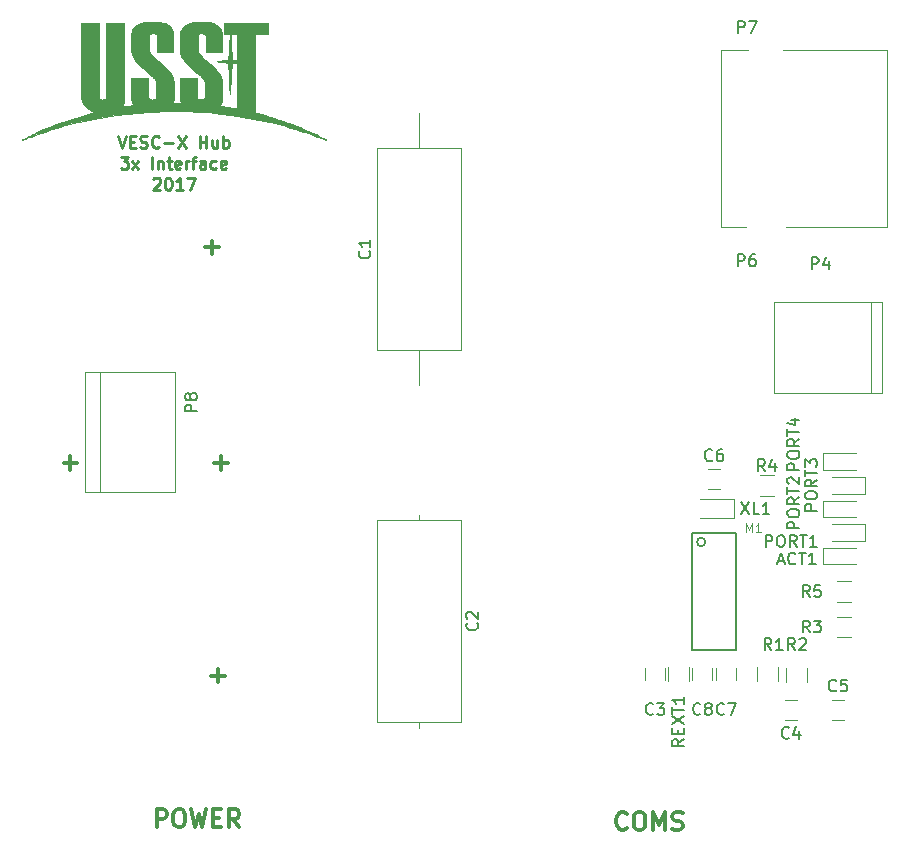
<source format=gbr>
G04 #@! TF.FileFunction,Legend,Top*
%FSLAX46Y46*%
G04 Gerber Fmt 4.6, Leading zero omitted, Abs format (unit mm)*
G04 Created by KiCad (PCBNEW 4.0.5) date 05/10/17 19:10:08*
%MOMM*%
%LPD*%
G01*
G04 APERTURE LIST*
%ADD10C,0.100000*%
%ADD11C,0.300000*%
%ADD12C,0.254000*%
%ADD13C,0.120000*%
%ADD14C,0.203200*%
%ADD15C,0.010000*%
%ADD16C,0.150000*%
%ADD17C,0.077216*%
G04 APERTURE END LIST*
D10*
D11*
X21428572Y18392857D02*
X22571429Y18392857D01*
X22000000Y17821429D02*
X22000000Y18964286D01*
X20928572Y54642857D02*
X22071429Y54642857D01*
X21500000Y54071429D02*
X21500000Y55214286D01*
X8928572Y36392857D02*
X10071429Y36392857D01*
X9500000Y35821429D02*
X9500000Y36964286D01*
X21678572Y36392857D02*
X22821429Y36392857D01*
X22250000Y35821429D02*
X22250000Y36964286D01*
X16785714Y5561465D02*
X16785714Y7061465D01*
X17357142Y7061465D01*
X17500000Y6990036D01*
X17571428Y6918607D01*
X17642857Y6775750D01*
X17642857Y6561465D01*
X17571428Y6418607D01*
X17500000Y6347179D01*
X17357142Y6275750D01*
X16785714Y6275750D01*
X18571428Y7061465D02*
X18857142Y7061465D01*
X19000000Y6990036D01*
X19142857Y6847179D01*
X19214285Y6561465D01*
X19214285Y6061465D01*
X19142857Y5775750D01*
X19000000Y5632893D01*
X18857142Y5561465D01*
X18571428Y5561465D01*
X18428571Y5632893D01*
X18285714Y5775750D01*
X18214285Y6061465D01*
X18214285Y6561465D01*
X18285714Y6847179D01*
X18428571Y6990036D01*
X18571428Y7061465D01*
X19714286Y7061465D02*
X20071429Y5561465D01*
X20357143Y6632893D01*
X20642857Y5561465D01*
X21000000Y7061465D01*
X21571429Y6347179D02*
X22071429Y6347179D01*
X22285715Y5561465D02*
X21571429Y5561465D01*
X21571429Y7061465D01*
X22285715Y7061465D01*
X23785715Y5561465D02*
X23285715Y6275750D01*
X22928572Y5561465D02*
X22928572Y7061465D01*
X23500000Y7061465D01*
X23642858Y6990036D01*
X23714286Y6918607D01*
X23785715Y6775750D01*
X23785715Y6561465D01*
X23714286Y6418607D01*
X23642858Y6347179D01*
X23500000Y6275750D01*
X22928572Y6275750D01*
X56607143Y5464286D02*
X56535714Y5392857D01*
X56321428Y5321429D01*
X56178571Y5321429D01*
X55964286Y5392857D01*
X55821428Y5535714D01*
X55750000Y5678571D01*
X55678571Y5964286D01*
X55678571Y6178571D01*
X55750000Y6464286D01*
X55821428Y6607143D01*
X55964286Y6750000D01*
X56178571Y6821429D01*
X56321428Y6821429D01*
X56535714Y6750000D01*
X56607143Y6678571D01*
X57535714Y6821429D02*
X57821428Y6821429D01*
X57964286Y6750000D01*
X58107143Y6607143D01*
X58178571Y6321429D01*
X58178571Y5821429D01*
X58107143Y5535714D01*
X57964286Y5392857D01*
X57821428Y5321429D01*
X57535714Y5321429D01*
X57392857Y5392857D01*
X57250000Y5535714D01*
X57178571Y5821429D01*
X57178571Y6321429D01*
X57250000Y6607143D01*
X57392857Y6750000D01*
X57535714Y6821429D01*
X58821429Y5321429D02*
X58821429Y6821429D01*
X59321429Y5750000D01*
X59821429Y6821429D01*
X59821429Y5321429D01*
X60464286Y5392857D02*
X60678572Y5321429D01*
X61035715Y5321429D01*
X61178572Y5392857D01*
X61250001Y5464286D01*
X61321429Y5607143D01*
X61321429Y5750000D01*
X61250001Y5892857D01*
X61178572Y5964286D01*
X61035715Y6035714D01*
X60750001Y6107143D01*
X60607143Y6178571D01*
X60535715Y6250000D01*
X60464286Y6392857D01*
X60464286Y6535714D01*
X60535715Y6678571D01*
X60607143Y6750000D01*
X60750001Y6821429D01*
X61107143Y6821429D01*
X61321429Y6750000D01*
D12*
X13508667Y64084381D02*
X13847334Y63068381D01*
X14186000Y64084381D01*
X14524667Y63600571D02*
X14863333Y63600571D01*
X15008476Y63068381D02*
X14524667Y63068381D01*
X14524667Y64084381D01*
X15008476Y64084381D01*
X15395524Y63116762D02*
X15540667Y63068381D01*
X15782571Y63068381D01*
X15879333Y63116762D01*
X15927714Y63165143D01*
X15976095Y63261905D01*
X15976095Y63358667D01*
X15927714Y63455429D01*
X15879333Y63503810D01*
X15782571Y63552190D01*
X15589048Y63600571D01*
X15492286Y63648952D01*
X15443905Y63697333D01*
X15395524Y63794095D01*
X15395524Y63890857D01*
X15443905Y63987619D01*
X15492286Y64036000D01*
X15589048Y64084381D01*
X15830952Y64084381D01*
X15976095Y64036000D01*
X16992095Y63165143D02*
X16943714Y63116762D01*
X16798571Y63068381D01*
X16701809Y63068381D01*
X16556667Y63116762D01*
X16459905Y63213524D01*
X16411524Y63310286D01*
X16363143Y63503810D01*
X16363143Y63648952D01*
X16411524Y63842476D01*
X16459905Y63939238D01*
X16556667Y64036000D01*
X16701809Y64084381D01*
X16798571Y64084381D01*
X16943714Y64036000D01*
X16992095Y63987619D01*
X17427524Y63455429D02*
X18201619Y63455429D01*
X18588667Y64084381D02*
X19266000Y63068381D01*
X19266000Y64084381D02*
X18588667Y63068381D01*
X20427143Y63068381D02*
X20427143Y64084381D01*
X20427143Y63600571D02*
X21007714Y63600571D01*
X21007714Y63068381D02*
X21007714Y64084381D01*
X21926952Y63745714D02*
X21926952Y63068381D01*
X21491524Y63745714D02*
X21491524Y63213524D01*
X21539905Y63116762D01*
X21636667Y63068381D01*
X21781809Y63068381D01*
X21878571Y63116762D01*
X21926952Y63165143D01*
X22410762Y63068381D02*
X22410762Y64084381D01*
X22410762Y63697333D02*
X22507524Y63745714D01*
X22701047Y63745714D01*
X22797809Y63697333D01*
X22846190Y63648952D01*
X22894571Y63552190D01*
X22894571Y63261905D01*
X22846190Y63165143D01*
X22797809Y63116762D01*
X22701047Y63068381D01*
X22507524Y63068381D01*
X22410762Y63116762D01*
X13750573Y62306381D02*
X14379525Y62306381D01*
X14040859Y61919333D01*
X14186001Y61919333D01*
X14282763Y61870952D01*
X14331144Y61822571D01*
X14379525Y61725810D01*
X14379525Y61483905D01*
X14331144Y61387143D01*
X14282763Y61338762D01*
X14186001Y61290381D01*
X13895716Y61290381D01*
X13798954Y61338762D01*
X13750573Y61387143D01*
X14718192Y61290381D02*
X15250382Y61967714D01*
X14718192Y61967714D02*
X15250382Y61290381D01*
X16411525Y61290381D02*
X16411525Y62306381D01*
X16895335Y61967714D02*
X16895335Y61290381D01*
X16895335Y61870952D02*
X16943716Y61919333D01*
X17040478Y61967714D01*
X17185620Y61967714D01*
X17282382Y61919333D01*
X17330763Y61822571D01*
X17330763Y61290381D01*
X17669430Y61967714D02*
X18056478Y61967714D01*
X17814573Y62306381D02*
X17814573Y61435524D01*
X17862954Y61338762D01*
X17959716Y61290381D01*
X18056478Y61290381D01*
X18782191Y61338762D02*
X18685429Y61290381D01*
X18491906Y61290381D01*
X18395144Y61338762D01*
X18346763Y61435524D01*
X18346763Y61822571D01*
X18395144Y61919333D01*
X18491906Y61967714D01*
X18685429Y61967714D01*
X18782191Y61919333D01*
X18830572Y61822571D01*
X18830572Y61725810D01*
X18346763Y61629048D01*
X19266001Y61290381D02*
X19266001Y61967714D01*
X19266001Y61774190D02*
X19314382Y61870952D01*
X19362763Y61919333D01*
X19459525Y61967714D01*
X19556286Y61967714D01*
X19749810Y61967714D02*
X20136858Y61967714D01*
X19894953Y61290381D02*
X19894953Y62161238D01*
X19943334Y62258000D01*
X20040096Y62306381D01*
X20136858Y62306381D01*
X20910952Y61290381D02*
X20910952Y61822571D01*
X20862571Y61919333D01*
X20765809Y61967714D01*
X20572286Y61967714D01*
X20475524Y61919333D01*
X20910952Y61338762D02*
X20814190Y61290381D01*
X20572286Y61290381D01*
X20475524Y61338762D01*
X20427143Y61435524D01*
X20427143Y61532286D01*
X20475524Y61629048D01*
X20572286Y61677429D01*
X20814190Y61677429D01*
X20910952Y61725810D01*
X21830190Y61338762D02*
X21733428Y61290381D01*
X21539905Y61290381D01*
X21443143Y61338762D01*
X21394762Y61387143D01*
X21346381Y61483905D01*
X21346381Y61774190D01*
X21394762Y61870952D01*
X21443143Y61919333D01*
X21539905Y61967714D01*
X21733428Y61967714D01*
X21830190Y61919333D01*
X22652666Y61338762D02*
X22555904Y61290381D01*
X22362381Y61290381D01*
X22265619Y61338762D01*
X22217238Y61435524D01*
X22217238Y61822571D01*
X22265619Y61919333D01*
X22362381Y61967714D01*
X22555904Y61967714D01*
X22652666Y61919333D01*
X22701047Y61822571D01*
X22701047Y61725810D01*
X22217238Y61629048D01*
X16508286Y60431619D02*
X16556667Y60480000D01*
X16653429Y60528381D01*
X16895333Y60528381D01*
X16992095Y60480000D01*
X17040476Y60431619D01*
X17088857Y60334857D01*
X17088857Y60238095D01*
X17040476Y60092952D01*
X16459905Y59512381D01*
X17088857Y59512381D01*
X17717810Y60528381D02*
X17814571Y60528381D01*
X17911333Y60480000D01*
X17959714Y60431619D01*
X18008095Y60334857D01*
X18056476Y60141333D01*
X18056476Y59899429D01*
X18008095Y59705905D01*
X17959714Y59609143D01*
X17911333Y59560762D01*
X17814571Y59512381D01*
X17717810Y59512381D01*
X17621048Y59560762D01*
X17572667Y59609143D01*
X17524286Y59705905D01*
X17475905Y59899429D01*
X17475905Y60141333D01*
X17524286Y60334857D01*
X17572667Y60431619D01*
X17621048Y60480000D01*
X17717810Y60528381D01*
X19024095Y59512381D02*
X18443524Y59512381D01*
X18733810Y59512381D02*
X18733810Y60528381D01*
X18637048Y60383238D01*
X18540286Y60286476D01*
X18443524Y60238095D01*
X19362762Y60528381D02*
X20040095Y60528381D01*
X19604667Y59512381D01*
D13*
X73200000Y29200000D02*
X73200000Y27800000D01*
X73200000Y27800000D02*
X76000000Y27800000D01*
X73200000Y29200000D02*
X76000000Y29200000D01*
X59850000Y18000000D02*
X59850000Y19000000D01*
X58150000Y19000000D02*
X58150000Y18000000D01*
X70000000Y14650000D02*
X71000000Y14650000D01*
X71000000Y16350000D02*
X70000000Y16350000D01*
X75000000Y16350000D02*
X74000000Y16350000D01*
X74000000Y14650000D02*
X75000000Y14650000D01*
X63500000Y34150000D02*
X64500000Y34150000D01*
X64500000Y35850000D02*
X63500000Y35850000D01*
X65850000Y18000000D02*
X65850000Y19000000D01*
X64150000Y19000000D02*
X64150000Y18000000D01*
X63850000Y18000000D02*
X63850000Y19000000D01*
X62150000Y19000000D02*
X62150000Y18000000D01*
D14*
X65850000Y30430000D02*
X65850000Y20550000D01*
X65850000Y30450000D02*
X62150000Y30450000D01*
X62150000Y30450000D02*
X62150000Y20550000D01*
X62150000Y20550000D02*
X65850000Y20550000D01*
X63260553Y29700000D02*
G75*
G03X63260553Y29700000I-360553J0D01*
G01*
D13*
X11960000Y33960000D02*
X11960000Y44120000D01*
X10690000Y33960000D02*
X18310000Y33960000D01*
X18310000Y33960000D02*
X18310000Y44120000D01*
X18310000Y44120000D02*
X10690000Y44120000D01*
X10690000Y44120000D02*
X10690000Y33960000D01*
X76800000Y29800000D02*
X76800000Y31200000D01*
X76800000Y31200000D02*
X74000000Y31200000D01*
X76800000Y29800000D02*
X74000000Y29800000D01*
X73200000Y33200000D02*
X73200000Y31800000D01*
X73200000Y31800000D02*
X76000000Y31800000D01*
X73200000Y33200000D02*
X76000000Y33200000D01*
X76800000Y33800000D02*
X76800000Y35200000D01*
X76800000Y35200000D02*
X74000000Y35200000D01*
X76800000Y33800000D02*
X74000000Y33800000D01*
X73200000Y37200000D02*
X73200000Y35800000D01*
X73200000Y35800000D02*
X76000000Y35800000D01*
X73200000Y37200000D02*
X76000000Y37200000D01*
X67620000Y17900000D02*
X67620000Y19100000D01*
X69380000Y19100000D02*
X69380000Y17900000D01*
X71880000Y19050000D02*
X71880000Y17850000D01*
X70120000Y17850000D02*
X70120000Y19050000D01*
X75600000Y21620000D02*
X74400000Y21620000D01*
X74400000Y23380000D02*
X75600000Y23380000D01*
X69050000Y33620000D02*
X67850000Y33620000D01*
X67850000Y35380000D02*
X69050000Y35380000D01*
X75600000Y24620000D02*
X74400000Y24620000D01*
X74400000Y26380000D02*
X75600000Y26380000D01*
X61880000Y19100000D02*
X61880000Y17900000D01*
X60120000Y17900000D02*
X60120000Y19100000D01*
X64560000Y71380000D02*
X66890000Y71380000D01*
X64560000Y56390000D02*
X66680000Y56390000D01*
X64560000Y71380000D02*
X64560000Y56390000D01*
X78650000Y71380000D02*
X78650000Y56390000D01*
X69850000Y71380000D02*
X78650000Y71380000D01*
X70050000Y56390000D02*
X78650000Y56390000D01*
X77250000Y42350000D02*
X77250000Y50050000D01*
X78250000Y42350000D02*
X78250000Y50050000D01*
X78250000Y50050000D02*
X69050000Y50050000D01*
X69050000Y50050000D02*
X69050000Y42350000D01*
X69050000Y42350000D02*
X78250000Y42350000D01*
X35440000Y45940000D02*
X42560000Y45940000D01*
X42560000Y45940000D02*
X42560000Y63060000D01*
X42560000Y63060000D02*
X35440000Y63060000D01*
X35440000Y63060000D02*
X35440000Y45940000D01*
X39000000Y42980000D02*
X39000000Y45940000D01*
X39000000Y66020000D02*
X39000000Y63060000D01*
X42560000Y31560000D02*
X35440000Y31560000D01*
X35440000Y31560000D02*
X35440000Y14440000D01*
X35440000Y14440000D02*
X42560000Y14440000D01*
X42560000Y14440000D02*
X42560000Y31560000D01*
X39000000Y32020000D02*
X39000000Y31560000D01*
X39000000Y13980000D02*
X39000000Y14440000D01*
X62800000Y31700000D02*
X65650000Y31700000D01*
X65650000Y31700000D02*
X65650000Y33300000D01*
X65650000Y33300000D02*
X62800000Y33300000D01*
D15*
G36*
X16569861Y73750082D02*
X16719238Y73745802D01*
X16848197Y73739459D01*
X16961675Y73730504D01*
X17064609Y73718390D01*
X17161934Y73702570D01*
X17258588Y73682497D01*
X17326073Y73666233D01*
X17504338Y73611900D01*
X17661329Y73544124D01*
X17797583Y73462482D01*
X17913634Y73366548D01*
X18010019Y73255899D01*
X18087274Y73130110D01*
X18131861Y73028581D01*
X18147393Y72986102D01*
X18160778Y72945901D01*
X18172176Y72905776D01*
X18181744Y72863524D01*
X18189643Y72816946D01*
X18196031Y72763839D01*
X18201067Y72702003D01*
X18204911Y72629235D01*
X18207722Y72543335D01*
X18209658Y72442100D01*
X18210879Y72323331D01*
X18211544Y72184824D01*
X18211812Y72024379D01*
X18211848Y71921825D01*
X18211900Y71163000D01*
X16840300Y71163000D01*
X16840300Y71871510D01*
X16840299Y72580019D01*
X16811725Y72636685D01*
X16771936Y72687873D01*
X16711739Y72725871D01*
X16632691Y72750241D01*
X16536349Y72760549D01*
X16424271Y72756356D01*
X16395822Y72753220D01*
X16316394Y72740026D01*
X16257349Y72721368D01*
X16213865Y72694932D01*
X16181121Y72658406D01*
X16173550Y72646603D01*
X16167837Y72636298D01*
X16163052Y72624503D01*
X16159111Y72609014D01*
X16155933Y72587628D01*
X16153436Y72558143D01*
X16151539Y72518356D01*
X16150158Y72466064D01*
X16149213Y72399064D01*
X16148622Y72315154D01*
X16148302Y72212130D01*
X16148172Y72087789D01*
X16148150Y71963100D01*
X16148186Y71810709D01*
X16148456Y71681381D01*
X16149199Y71572783D01*
X16150654Y71482577D01*
X16153059Y71408429D01*
X16156655Y71348003D01*
X16161681Y71298963D01*
X16168376Y71258973D01*
X16176980Y71225698D01*
X16187730Y71196803D01*
X16200868Y71169951D01*
X16216632Y71142807D01*
X16235239Y71113071D01*
X16257739Y71078751D01*
X16281924Y71044919D01*
X16309267Y71010155D01*
X16341242Y70973041D01*
X16379321Y70932155D01*
X16424979Y70886078D01*
X16479687Y70833391D01*
X16544920Y70772672D01*
X16622151Y70702504D01*
X16712853Y70621466D01*
X16818498Y70528137D01*
X16940561Y70421099D01*
X17075250Y70303521D01*
X17246895Y70152148D01*
X17399200Y70013913D01*
X17533564Y69887289D01*
X17651385Y69770750D01*
X17754061Y69662768D01*
X17842991Y69561816D01*
X17919573Y69466367D01*
X17985206Y69374893D01*
X18041289Y69285869D01*
X18089219Y69197767D01*
X18090856Y69194500D01*
X18125427Y69121576D01*
X18155337Y69049295D01*
X18180866Y68975341D01*
X18202296Y68897400D01*
X18219907Y68813158D01*
X18233978Y68720298D01*
X18244791Y68616507D01*
X18252626Y68499469D01*
X18257763Y68366870D01*
X18260484Y68216394D01*
X18261067Y68045727D01*
X18259795Y67852555D01*
X18259268Y67804538D01*
X18257253Y67654461D01*
X18254849Y67526972D01*
X18251831Y67419256D01*
X18247976Y67328500D01*
X18243058Y67251892D01*
X18236853Y67186619D01*
X18229138Y67129868D01*
X18219687Y67078825D01*
X18208278Y67030678D01*
X18194684Y66982615D01*
X18193393Y66978350D01*
X18182405Y66940622D01*
X18175343Y66913276D01*
X18173937Y66905325D01*
X18186044Y66902773D01*
X18220222Y66900480D01*
X18273143Y66898540D01*
X18341478Y66897050D01*
X18421900Y66896105D01*
X18504855Y66895800D01*
X18605112Y66895896D01*
X18682752Y66896310D01*
X18740556Y66897233D01*
X18781309Y66898856D01*
X18807791Y66901370D01*
X18822786Y66904966D01*
X18829077Y66909834D01*
X18829444Y66916166D01*
X18828929Y66918025D01*
X18805048Y67004256D01*
X18783101Y67101882D01*
X18765797Y67197950D01*
X18757855Y67257750D01*
X18755703Y67290763D01*
X18753666Y67346613D01*
X18751778Y67422738D01*
X18750075Y67516574D01*
X18748590Y67625559D01*
X18747358Y67747131D01*
X18746414Y67878726D01*
X18745791Y68017783D01*
X18745525Y68161737D01*
X18745520Y68175325D01*
X18745300Y68978600D01*
X20179867Y68978600D01*
X20183308Y68143575D01*
X20183925Y67972810D01*
X20184430Y67825589D01*
X20185066Y67700060D01*
X20186080Y67594370D01*
X20187715Y67506665D01*
X20190216Y67435093D01*
X20193827Y67377801D01*
X20198795Y67332935D01*
X20205362Y67298644D01*
X20213774Y67273074D01*
X20224276Y67254371D01*
X20237112Y67240684D01*
X20252527Y67230159D01*
X20270766Y67220944D01*
X20292072Y67211184D01*
X20307400Y67203813D01*
X20340169Y67188453D01*
X20369606Y67178376D01*
X20402487Y67172485D01*
X20445589Y67169683D01*
X20505688Y67168871D01*
X20523300Y67168850D01*
X20614316Y67171483D01*
X20685420Y67180366D01*
X20741645Y67196979D01*
X20788028Y67222799D01*
X20828935Y67258619D01*
X20872550Y67303623D01*
X20872550Y68642050D01*
X20827034Y68737300D01*
X20801322Y68787263D01*
X20771552Y68836982D01*
X20736263Y68887955D01*
X20693991Y68941676D01*
X20643273Y68999643D01*
X20582646Y69063352D01*
X20510647Y69134298D01*
X20425813Y69213978D01*
X20326681Y69303888D01*
X20211788Y69405524D01*
X20079672Y69520382D01*
X19964221Y69619686D01*
X19789288Y69771341D01*
X19634153Y69909558D01*
X19497745Y70035380D01*
X19378993Y70149848D01*
X19276828Y70254007D01*
X19190179Y70348898D01*
X19117975Y70435564D01*
X19092400Y70468826D01*
X19016521Y70578231D01*
X18945619Y70695865D01*
X18883673Y70814415D01*
X18834659Y70926566D01*
X18817359Y70974570D01*
X18804181Y71015641D01*
X18792886Y71054862D01*
X18783331Y71094502D01*
X18775372Y71136832D01*
X18768868Y71184122D01*
X18763676Y71238644D01*
X18759653Y71302666D01*
X18756656Y71378461D01*
X18754544Y71468297D01*
X18753173Y71574446D01*
X18752401Y71699177D01*
X18752086Y71844762D01*
X18752084Y72013471D01*
X18752084Y72013900D01*
X18752518Y72744150D01*
X18786193Y72867643D01*
X18840450Y73023402D01*
X18914036Y73162911D01*
X19007385Y73286701D01*
X19120929Y73395299D01*
X19255104Y73489236D01*
X19329500Y73530581D01*
X19422713Y73574758D01*
X19520262Y73612935D01*
X19626312Y73646271D01*
X19745026Y73675925D01*
X19880567Y73703056D01*
X20037099Y73728823D01*
X20047050Y73730321D01*
X20108858Y73737024D01*
X20191543Y73742198D01*
X20290630Y73745872D01*
X20401643Y73748069D01*
X20520105Y73748817D01*
X20641542Y73748142D01*
X20761478Y73746069D01*
X20875438Y73742625D01*
X20978946Y73737836D01*
X21067525Y73731727D01*
X21136702Y73724325D01*
X21139250Y73723967D01*
X21347636Y73687130D01*
X21533829Y73638840D01*
X21698514Y73578679D01*
X21842377Y73506228D01*
X21966104Y73421065D01*
X22070380Y73322773D01*
X22155890Y73210931D01*
X22223321Y73085120D01*
X22237149Y73052151D01*
X22252815Y73012527D01*
X22266325Y72976530D01*
X22277852Y72941997D01*
X22287568Y72906764D01*
X22295643Y72868665D01*
X22302250Y72825537D01*
X22307560Y72775215D01*
X22311745Y72715535D01*
X22314977Y72644333D01*
X22317427Y72559445D01*
X22319267Y72458707D01*
X22320669Y72339953D01*
X22321805Y72201020D01*
X22322845Y72039744D01*
X22323286Y71966276D01*
X22328087Y71163001D01*
X21641593Y71163001D01*
X20955100Y71163000D01*
X20955100Y71870191D01*
X20955075Y72022214D01*
X20954951Y72150957D01*
X20954657Y72258542D01*
X20954117Y72347087D01*
X20953259Y72418715D01*
X20952009Y72475545D01*
X20950295Y72519698D01*
X20948043Y72553294D01*
X20945180Y72578454D01*
X20941633Y72597299D01*
X20937328Y72611948D01*
X20932193Y72624522D01*
X20928798Y72631712D01*
X20898698Y72678094D01*
X20857303Y72711757D01*
X20800137Y72735259D01*
X20722723Y72751160D01*
X20718870Y72751713D01*
X20601425Y72760701D01*
X20494602Y72753606D01*
X20402610Y72730812D01*
X20377639Y72720563D01*
X20353199Y72709633D01*
X20332494Y72699645D01*
X20315217Y72688521D01*
X20301058Y72674186D01*
X20289707Y72654563D01*
X20280857Y72627577D01*
X20274197Y72591151D01*
X20269418Y72543210D01*
X20266211Y72481676D01*
X20264267Y72404475D01*
X20263277Y72309529D01*
X20262932Y72194763D01*
X20262922Y72058101D01*
X20262950Y71950400D01*
X20262967Y71804825D01*
X20263080Y71682382D01*
X20263378Y71580801D01*
X20263953Y71497815D01*
X20264894Y71431155D01*
X20266293Y71378552D01*
X20268239Y71337737D01*
X20270823Y71306443D01*
X20274135Y71282401D01*
X20278267Y71263342D01*
X20283308Y71246997D01*
X20289348Y71231099D01*
X20291883Y71224807D01*
X20314006Y71178500D01*
X20345261Y71123340D01*
X20379239Y71070564D01*
X20382394Y71066057D01*
X20402658Y71037761D01*
X20422750Y71010956D01*
X20444046Y70984355D01*
X20467926Y70956668D01*
X20495769Y70926605D01*
X20528953Y70892877D01*
X20568857Y70854195D01*
X20616860Y70809270D01*
X20674340Y70756812D01*
X20742677Y70695533D01*
X20823248Y70624142D01*
X20917432Y70541350D01*
X21026609Y70445869D01*
X21152156Y70336409D01*
X21295453Y70211681D01*
X21303644Y70204555D01*
X21378331Y70138200D01*
X21463803Y70060008D01*
X21553190Y69976405D01*
X21639625Y69893816D01*
X21716238Y69818667D01*
X21717702Y69817205D01*
X21858431Y69670939D01*
X21978201Y69533498D01*
X22078640Y69402092D01*
X22161376Y69273930D01*
X22228040Y69146221D01*
X22280259Y69016174D01*
X22319663Y68880999D01*
X22347880Y68737904D01*
X22347974Y68737300D01*
X22353300Y68700355D01*
X22357748Y68661894D01*
X22361397Y68619321D01*
X22364322Y68570040D01*
X22366600Y68511456D01*
X22368308Y68440972D01*
X22369521Y68355995D01*
X22370316Y68253927D01*
X22370770Y68132173D01*
X22370958Y67988137D01*
X22370971Y67956250D01*
X22370825Y67792100D01*
X22370179Y67650921D01*
X22368869Y67530289D01*
X22366732Y67427777D01*
X22363605Y67340959D01*
X22359325Y67267411D01*
X22353728Y67204705D01*
X22346651Y67150417D01*
X22337931Y67102120D01*
X22327404Y67057389D01*
X22314908Y67013798D01*
X22305578Y66984700D01*
X22255704Y66862041D01*
X22186016Y66737404D01*
X22158183Y66694883D01*
X22138122Y66663500D01*
X22126605Y66642012D01*
X22125450Y66636463D01*
X22138735Y66633761D01*
X22173613Y66628111D01*
X22226519Y66620050D01*
X22293889Y66610115D01*
X22372155Y66598844D01*
X22421950Y66591791D01*
X22510159Y66578897D01*
X22617244Y66562475D01*
X22737084Y66543508D01*
X22863558Y66522983D01*
X22990545Y66501883D01*
X23111925Y66481194D01*
X23144204Y66475586D01*
X23246049Y66457895D01*
X23340300Y66441688D01*
X23423944Y66427471D01*
X23493970Y66415749D01*
X23547364Y66407027D01*
X23581115Y66401811D01*
X23591879Y66400500D01*
X23594261Y66403518D01*
X23596425Y66413311D01*
X23598379Y66430985D01*
X23600135Y66457650D01*
X23601701Y66494412D01*
X23603088Y66542380D01*
X23604306Y66602661D01*
X23605365Y66676363D01*
X23606275Y66764593D01*
X23607045Y66868460D01*
X23607686Y66989071D01*
X23608209Y67127534D01*
X23608622Y67284957D01*
X23608935Y67462447D01*
X23609160Y67661112D01*
X23609305Y67882061D01*
X23609382Y68126399D01*
X23609400Y68343283D01*
X23609399Y70286065D01*
X23574475Y70280445D01*
X23549623Y70277020D01*
X23505079Y70271429D01*
X23446392Y70264349D01*
X23379110Y70256456D01*
X23352429Y70253383D01*
X23165308Y70231941D01*
X23159019Y70192646D01*
X23157203Y70173512D01*
X23154033Y70131215D01*
X23149650Y70067946D01*
X23144195Y69985897D01*
X23137809Y69887261D01*
X23130633Y69774231D01*
X23122809Y69648997D01*
X23114477Y69513752D01*
X23105780Y69370689D01*
X23101289Y69296100D01*
X23085713Y69038127D01*
X23071423Y68804844D01*
X23058372Y68595577D01*
X23046512Y68409650D01*
X23035796Y68246390D01*
X23026176Y68105120D01*
X23017604Y67985167D01*
X23010033Y67885856D01*
X23003416Y67806511D01*
X22997706Y67746459D01*
X22992854Y67705025D01*
X22988813Y67681533D01*
X22987345Y67676850D01*
X22980420Y67666486D01*
X22976646Y67676818D01*
X22975136Y67708600D01*
X22974043Y67740898D01*
X22971669Y67792712D01*
X22968306Y67858209D01*
X22964250Y67931554D01*
X22961701Y67975300D01*
X22958495Y68032730D01*
X22954224Y68114995D01*
X22948912Y68221552D01*
X22942586Y68351860D01*
X22935270Y68505377D01*
X22926990Y68681561D01*
X22917771Y68879871D01*
X22907638Y69099763D01*
X22896618Y69340698D01*
X22884735Y69602131D01*
X22872015Y69883523D01*
X22864683Y70046333D01*
X22856358Y70231416D01*
X22372454Y70311894D01*
X22264623Y70329993D01*
X22164660Y70347089D01*
X22075339Y70362685D01*
X21999432Y70376282D01*
X21939710Y70387382D01*
X21898948Y70395488D01*
X21879917Y70400100D01*
X21878955Y70400566D01*
X21888098Y70404511D01*
X21919883Y70410909D01*
X21971709Y70419405D01*
X22040975Y70429647D01*
X22125077Y70441280D01*
X22221415Y70453951D01*
X22327386Y70467307D01*
X22440388Y70480995D01*
X22557821Y70494660D01*
X22636395Y70503484D01*
X22707313Y70511607D01*
X22768998Y70519199D01*
X22817202Y70525695D01*
X22847680Y70530529D01*
X22856404Y70532772D01*
X22858232Y70546170D01*
X22861348Y70582478D01*
X22865589Y70639244D01*
X22870787Y70714019D01*
X22876779Y70804353D01*
X22883397Y70907796D01*
X22890477Y71021899D01*
X22897853Y71144212D01*
X22898892Y71161717D01*
X22907341Y71303741D01*
X22916313Y71453426D01*
X22925499Y71605721D01*
X22934593Y71755572D01*
X22943287Y71897926D01*
X22951275Y72027732D01*
X22958250Y72139937D01*
X22961458Y72190975D01*
X22967758Y72292085D01*
X22973497Y72386847D01*
X22978477Y72471803D01*
X22982503Y72543495D01*
X22985377Y72598464D01*
X22986903Y72633253D01*
X22987100Y72641926D01*
X22987100Y72687000D01*
X23072069Y72687000D01*
X23080366Y72461575D01*
X23084288Y72358499D01*
X23088996Y72240635D01*
X23094358Y72110853D01*
X23100244Y71972020D01*
X23106523Y71827004D01*
X23113063Y71678675D01*
X23119735Y71529899D01*
X23126407Y71383546D01*
X23132950Y71242484D01*
X23139231Y71109580D01*
X23145120Y70987704D01*
X23150487Y70879722D01*
X23155200Y70788504D01*
X23159129Y70716918D01*
X23162144Y70667832D01*
X23162153Y70667700D01*
X23171250Y70534350D01*
X23361750Y70500755D01*
X23430426Y70488881D01*
X23492051Y70478666D01*
X23541437Y70470937D01*
X23573399Y70466521D01*
X23580825Y70465830D01*
X23609400Y70464500D01*
X23609400Y72687000D01*
X23072069Y72687000D01*
X22987100Y72687000D01*
X22517200Y72687000D01*
X22517200Y73677600D01*
X26187500Y73677600D01*
X26187500Y72687276D01*
X25114350Y72680650D01*
X25107952Y66058592D01*
X25155601Y66046121D01*
X25190431Y66037141D01*
X25240526Y66024392D01*
X25296507Y66010257D01*
X25311200Y66006567D01*
X25651891Y65917472D01*
X26010247Y65816923D01*
X26382022Y65706317D01*
X26762970Y65587052D01*
X27148847Y65460522D01*
X27535406Y65328126D01*
X27918403Y65191259D01*
X28293593Y65051319D01*
X28656730Y64909703D01*
X28710211Y64888276D01*
X28920554Y64802423D01*
X29139766Y64710567D01*
X29364547Y64614210D01*
X29591595Y64514852D01*
X29817612Y64413993D01*
X30039296Y64313132D01*
X30253346Y64213771D01*
X30456463Y64117409D01*
X30645346Y64025547D01*
X30816694Y63939684D01*
X30953294Y63868721D01*
X31019659Y63832763D01*
X31071403Y63803212D01*
X31107021Y63781095D01*
X31125012Y63767439D01*
X31123873Y63763271D01*
X31102101Y63769618D01*
X31093600Y63772835D01*
X30759475Y63900253D01*
X30407445Y64029885D01*
X30042345Y64160116D01*
X29669010Y64289331D01*
X29292276Y64415915D01*
X28916976Y64538254D01*
X28547946Y64654732D01*
X28190021Y64763736D01*
X27848035Y64863649D01*
X27715951Y64900941D01*
X26806390Y65141803D01*
X25891365Y65357911D01*
X24971292Y65549220D01*
X24046583Y65715686D01*
X23117652Y65857266D01*
X22184913Y65973916D01*
X21248780Y66065592D01*
X20309666Y66132251D01*
X19367984Y66173847D01*
X18424149Y66190339D01*
X17478574Y66181681D01*
X16531672Y66147829D01*
X16148150Y66126957D01*
X15217166Y66058774D01*
X14288084Y65965772D01*
X13361974Y65848135D01*
X12439905Y65706044D01*
X11522945Y65539684D01*
X10612165Y65349237D01*
X9708632Y65134886D01*
X8813417Y64896816D01*
X8582035Y64831020D01*
X8279846Y64742038D01*
X7964767Y64645712D01*
X7642108Y64543797D01*
X7317178Y64438048D01*
X6995286Y64330223D01*
X6681741Y64222076D01*
X6381854Y64115364D01*
X6100932Y64011843D01*
X6070700Y64000455D01*
X5934566Y63949318D01*
X5809132Y63902720D01*
X5696102Y63861265D01*
X5597183Y63825560D01*
X5514079Y63796209D01*
X5448495Y63773817D01*
X5402136Y63758989D01*
X5376707Y63752330D01*
X5372200Y63752574D01*
X5383343Y63761616D01*
X5415324Y63780340D01*
X5465966Y63807681D01*
X5533092Y63842572D01*
X5614527Y63883946D01*
X5708095Y63930735D01*
X5811619Y63981874D01*
X5922924Y64036296D01*
X6039833Y64092934D01*
X6160170Y64150720D01*
X6281759Y64208590D01*
X6402424Y64265474D01*
X6519990Y64320308D01*
X6632279Y64372024D01*
X6682520Y64394908D01*
X7213055Y64628821D01*
X7753417Y64853891D01*
X8299984Y65068838D01*
X8849134Y65272381D01*
X9397247Y65463240D01*
X9940700Y65640134D01*
X10475872Y65801783D01*
X10999142Y65946908D01*
X11268175Y66016127D01*
X11349655Y66036843D01*
X11422237Y66055950D01*
X11482507Y66072495D01*
X11527052Y66085526D01*
X11552457Y66094089D01*
X11557100Y66096743D01*
X11545990Y66104497D01*
X11516423Y66117804D01*
X11474046Y66134200D01*
X11458675Y66139706D01*
X11361071Y66177776D01*
X11255121Y66225443D01*
X11150096Y66278164D01*
X11055269Y66331392D01*
X11011000Y66359120D01*
X10863165Y66467299D01*
X10737997Y66583399D01*
X10633238Y66710445D01*
X10546630Y66851460D01*
X10475917Y67009468D01*
X10434981Y67130750D01*
X10408334Y67219650D01*
X10404698Y70448626D01*
X10401062Y73677601D01*
X11144181Y73677601D01*
X11887300Y73677600D01*
X11889285Y72931475D01*
X11889499Y72840083D01*
X11889719Y72725065D01*
X11889945Y72588192D01*
X11890173Y72431240D01*
X11890403Y72255981D01*
X11890632Y72064188D01*
X11890859Y71857636D01*
X11891082Y71638096D01*
X11891299Y71407343D01*
X11891509Y71167150D01*
X11891709Y70919290D01*
X11891898Y70665536D01*
X11892075Y70407662D01*
X11892237Y70147441D01*
X11892383Y69886646D01*
X11892460Y69734250D01*
X11892633Y69486386D01*
X11892905Y69245197D01*
X11893271Y69011923D01*
X11893724Y68787801D01*
X11894258Y68574069D01*
X11894869Y68371964D01*
X11895550Y68182724D01*
X11896295Y68007588D01*
X11897099Y67847793D01*
X11897955Y67704577D01*
X11898858Y67579178D01*
X11899803Y67472833D01*
X11900783Y67386781D01*
X11901793Y67322258D01*
X11902826Y67280504D01*
X11903878Y67262756D01*
X11904012Y67262284D01*
X11920368Y67246646D01*
X11953051Y67226074D01*
X11992912Y67206005D01*
X12087410Y67175065D01*
X12187628Y67162803D01*
X12287569Y67168801D01*
X12381234Y67192641D01*
X12462625Y67233904D01*
X12470294Y67239287D01*
X12524619Y67278640D01*
X12522178Y69116045D01*
X12521878Y69360761D01*
X12521609Y69618037D01*
X12521373Y69884649D01*
X12521170Y70157373D01*
X12521003Y70432984D01*
X12520871Y70708257D01*
X12520777Y70979969D01*
X12520721Y71244895D01*
X12520704Y71499809D01*
X12520728Y71741488D01*
X12520795Y71966708D01*
X12520904Y72172244D01*
X12521018Y72315525D01*
X12522300Y73677600D01*
X14021406Y73677600D01*
X14017345Y70327975D01*
X14016941Y69979735D01*
X14016590Y69655955D01*
X14016269Y69355696D01*
X14015957Y69078018D01*
X14015632Y68821982D01*
X14015271Y68586647D01*
X14014853Y68371076D01*
X14014355Y68174327D01*
X14013756Y67995461D01*
X14013034Y67833539D01*
X14012167Y67687622D01*
X14011133Y67556769D01*
X14009909Y67440041D01*
X14008474Y67336499D01*
X14006806Y67245202D01*
X14004882Y67165213D01*
X14002682Y67095589D01*
X14000182Y67035393D01*
X13997361Y66983685D01*
X13994198Y66939525D01*
X13990669Y66901974D01*
X13986753Y66870091D01*
X13982428Y66842938D01*
X13977672Y66819574D01*
X13972463Y66799061D01*
X13966779Y66780459D01*
X13960598Y66762828D01*
X13953899Y66745228D01*
X13946658Y66726721D01*
X13938854Y66706365D01*
X13932194Y66688126D01*
X13915568Y66638718D01*
X13903871Y66598810D01*
X13898657Y66574014D01*
X13899110Y66568857D01*
X13912928Y66568859D01*
X13948736Y66572161D01*
X14003394Y66578382D01*
X14073760Y66587139D01*
X14156693Y66598051D01*
X14249051Y66610735D01*
X14284102Y66615676D01*
X14384352Y66629703D01*
X14481022Y66642855D01*
X14569964Y66654598D01*
X14647033Y66664394D01*
X14708082Y66671709D01*
X14748966Y66676006D01*
X14754325Y66676454D01*
X14798962Y66680874D01*
X14831653Y66685965D01*
X14846105Y66690713D01*
X14846316Y66691259D01*
X14839756Y66705871D01*
X14823727Y66731877D01*
X14820244Y66737050D01*
X14777639Y66808131D01*
X14735932Y66892648D01*
X14700470Y66979031D01*
X14681273Y67037774D01*
X14671640Y67075942D01*
X14663270Y67118157D01*
X14656081Y67166343D01*
X14649989Y67222420D01*
X14644911Y67288312D01*
X14640765Y67365942D01*
X14637467Y67457233D01*
X14634934Y67564106D01*
X14633084Y67688484D01*
X14631833Y67832291D01*
X14631099Y67997449D01*
X14630798Y68185879D01*
X14630788Y68207075D01*
X14630500Y68978600D01*
X16065600Y68978600D01*
X16065600Y68165393D01*
X16065690Y67995241D01*
X16065985Y67848754D01*
X16066521Y67724197D01*
X16067331Y67619837D01*
X16068451Y67533938D01*
X16069917Y67464766D01*
X16071763Y67410587D01*
X16074024Y67369666D01*
X16076737Y67340269D01*
X16079935Y67320661D01*
X16082923Y67310725D01*
X16119964Y67254371D01*
X16177859Y67210876D01*
X16255196Y67180871D01*
X16350565Y67164990D01*
X16413146Y67162500D01*
X16516305Y67169534D01*
X16604378Y67189991D01*
X16675181Y67222908D01*
X16726524Y67267319D01*
X16752812Y67312265D01*
X16755044Y67330578D01*
X16757117Y67371711D01*
X16758986Y67433083D01*
X16760609Y67512114D01*
X16761943Y67606222D01*
X16762945Y67712829D01*
X16763570Y67829353D01*
X16763776Y67953214D01*
X16763772Y67966602D01*
X16763670Y68108799D01*
X16763462Y68227973D01*
X16763052Y68326503D01*
X16762344Y68406767D01*
X16761240Y68471141D01*
X16759644Y68522004D01*
X16757460Y68561734D01*
X16754592Y68592709D01*
X16750943Y68617306D01*
X16746416Y68637903D01*
X16740915Y68656877D01*
X16735051Y68674535D01*
X16714633Y68727973D01*
X16689404Y68780954D01*
X16658039Y68834883D01*
X16619212Y68891161D01*
X16571598Y68951193D01*
X16513871Y69016383D01*
X16444706Y69088132D01*
X16362776Y69167845D01*
X16266756Y69256925D01*
X16155321Y69356776D01*
X16027145Y69468800D01*
X15880902Y69594402D01*
X15805674Y69658418D01*
X15636614Y69803752D01*
X15486965Y69936498D01*
X15355153Y70058384D01*
X15239608Y70171137D01*
X15138755Y70276482D01*
X15051023Y70376148D01*
X14974840Y70471860D01*
X14908633Y70565347D01*
X14850830Y70658334D01*
X14799859Y70752548D01*
X14788411Y70775650D01*
X14752926Y70850145D01*
X14724184Y70915762D01*
X14701355Y70976641D01*
X14683610Y71036917D01*
X14670121Y71100729D01*
X14660059Y71172214D01*
X14652594Y71255511D01*
X14646899Y71354755D01*
X14642143Y71474086D01*
X14640848Y71512250D01*
X14637877Y71623333D01*
X14635601Y71752405D01*
X14634076Y71892065D01*
X14633359Y72034912D01*
X14633506Y72173543D01*
X14634574Y72300556D01*
X14634734Y72312350D01*
X14636968Y72447277D01*
X14639866Y72560135D01*
X14643933Y72654258D01*
X14649676Y72732977D01*
X14657602Y72799624D01*
X14668218Y72857530D01*
X14682031Y72910028D01*
X14699546Y72960449D01*
X14721271Y73012126D01*
X14747712Y73068389D01*
X14750613Y73074350D01*
X14820464Y73196334D01*
X14904690Y73303650D01*
X15005250Y73397835D01*
X15124101Y73480425D01*
X15263197Y73552958D01*
X15424497Y73616970D01*
X15454459Y73627180D01*
X15589430Y73667261D01*
X15730809Y73699151D01*
X15881814Y73723204D01*
X16045661Y73739776D01*
X16225566Y73749219D01*
X16424746Y73751890D01*
X16569861Y73750082D01*
X16569861Y73750082D01*
G37*
X16569861Y73750082D02*
X16719238Y73745802D01*
X16848197Y73739459D01*
X16961675Y73730504D01*
X17064609Y73718390D01*
X17161934Y73702570D01*
X17258588Y73682497D01*
X17326073Y73666233D01*
X17504338Y73611900D01*
X17661329Y73544124D01*
X17797583Y73462482D01*
X17913634Y73366548D01*
X18010019Y73255899D01*
X18087274Y73130110D01*
X18131861Y73028581D01*
X18147393Y72986102D01*
X18160778Y72945901D01*
X18172176Y72905776D01*
X18181744Y72863524D01*
X18189643Y72816946D01*
X18196031Y72763839D01*
X18201067Y72702003D01*
X18204911Y72629235D01*
X18207722Y72543335D01*
X18209658Y72442100D01*
X18210879Y72323331D01*
X18211544Y72184824D01*
X18211812Y72024379D01*
X18211848Y71921825D01*
X18211900Y71163000D01*
X16840300Y71163000D01*
X16840300Y71871510D01*
X16840299Y72580019D01*
X16811725Y72636685D01*
X16771936Y72687873D01*
X16711739Y72725871D01*
X16632691Y72750241D01*
X16536349Y72760549D01*
X16424271Y72756356D01*
X16395822Y72753220D01*
X16316394Y72740026D01*
X16257349Y72721368D01*
X16213865Y72694932D01*
X16181121Y72658406D01*
X16173550Y72646603D01*
X16167837Y72636298D01*
X16163052Y72624503D01*
X16159111Y72609014D01*
X16155933Y72587628D01*
X16153436Y72558143D01*
X16151539Y72518356D01*
X16150158Y72466064D01*
X16149213Y72399064D01*
X16148622Y72315154D01*
X16148302Y72212130D01*
X16148172Y72087789D01*
X16148150Y71963100D01*
X16148186Y71810709D01*
X16148456Y71681381D01*
X16149199Y71572783D01*
X16150654Y71482577D01*
X16153059Y71408429D01*
X16156655Y71348003D01*
X16161681Y71298963D01*
X16168376Y71258973D01*
X16176980Y71225698D01*
X16187730Y71196803D01*
X16200868Y71169951D01*
X16216632Y71142807D01*
X16235239Y71113071D01*
X16257739Y71078751D01*
X16281924Y71044919D01*
X16309267Y71010155D01*
X16341242Y70973041D01*
X16379321Y70932155D01*
X16424979Y70886078D01*
X16479687Y70833391D01*
X16544920Y70772672D01*
X16622151Y70702504D01*
X16712853Y70621466D01*
X16818498Y70528137D01*
X16940561Y70421099D01*
X17075250Y70303521D01*
X17246895Y70152148D01*
X17399200Y70013913D01*
X17533564Y69887289D01*
X17651385Y69770750D01*
X17754061Y69662768D01*
X17842991Y69561816D01*
X17919573Y69466367D01*
X17985206Y69374893D01*
X18041289Y69285869D01*
X18089219Y69197767D01*
X18090856Y69194500D01*
X18125427Y69121576D01*
X18155337Y69049295D01*
X18180866Y68975341D01*
X18202296Y68897400D01*
X18219907Y68813158D01*
X18233978Y68720298D01*
X18244791Y68616507D01*
X18252626Y68499469D01*
X18257763Y68366870D01*
X18260484Y68216394D01*
X18261067Y68045727D01*
X18259795Y67852555D01*
X18259268Y67804538D01*
X18257253Y67654461D01*
X18254849Y67526972D01*
X18251831Y67419256D01*
X18247976Y67328500D01*
X18243058Y67251892D01*
X18236853Y67186619D01*
X18229138Y67129868D01*
X18219687Y67078825D01*
X18208278Y67030678D01*
X18194684Y66982615D01*
X18193393Y66978350D01*
X18182405Y66940622D01*
X18175343Y66913276D01*
X18173937Y66905325D01*
X18186044Y66902773D01*
X18220222Y66900480D01*
X18273143Y66898540D01*
X18341478Y66897050D01*
X18421900Y66896105D01*
X18504855Y66895800D01*
X18605112Y66895896D01*
X18682752Y66896310D01*
X18740556Y66897233D01*
X18781309Y66898856D01*
X18807791Y66901370D01*
X18822786Y66904966D01*
X18829077Y66909834D01*
X18829444Y66916166D01*
X18828929Y66918025D01*
X18805048Y67004256D01*
X18783101Y67101882D01*
X18765797Y67197950D01*
X18757855Y67257750D01*
X18755703Y67290763D01*
X18753666Y67346613D01*
X18751778Y67422738D01*
X18750075Y67516574D01*
X18748590Y67625559D01*
X18747358Y67747131D01*
X18746414Y67878726D01*
X18745791Y68017783D01*
X18745525Y68161737D01*
X18745520Y68175325D01*
X18745300Y68978600D01*
X20179867Y68978600D01*
X20183308Y68143575D01*
X20183925Y67972810D01*
X20184430Y67825589D01*
X20185066Y67700060D01*
X20186080Y67594370D01*
X20187715Y67506665D01*
X20190216Y67435093D01*
X20193827Y67377801D01*
X20198795Y67332935D01*
X20205362Y67298644D01*
X20213774Y67273074D01*
X20224276Y67254371D01*
X20237112Y67240684D01*
X20252527Y67230159D01*
X20270766Y67220944D01*
X20292072Y67211184D01*
X20307400Y67203813D01*
X20340169Y67188453D01*
X20369606Y67178376D01*
X20402487Y67172485D01*
X20445589Y67169683D01*
X20505688Y67168871D01*
X20523300Y67168850D01*
X20614316Y67171483D01*
X20685420Y67180366D01*
X20741645Y67196979D01*
X20788028Y67222799D01*
X20828935Y67258619D01*
X20872550Y67303623D01*
X20872550Y68642050D01*
X20827034Y68737300D01*
X20801322Y68787263D01*
X20771552Y68836982D01*
X20736263Y68887955D01*
X20693991Y68941676D01*
X20643273Y68999643D01*
X20582646Y69063352D01*
X20510647Y69134298D01*
X20425813Y69213978D01*
X20326681Y69303888D01*
X20211788Y69405524D01*
X20079672Y69520382D01*
X19964221Y69619686D01*
X19789288Y69771341D01*
X19634153Y69909558D01*
X19497745Y70035380D01*
X19378993Y70149848D01*
X19276828Y70254007D01*
X19190179Y70348898D01*
X19117975Y70435564D01*
X19092400Y70468826D01*
X19016521Y70578231D01*
X18945619Y70695865D01*
X18883673Y70814415D01*
X18834659Y70926566D01*
X18817359Y70974570D01*
X18804181Y71015641D01*
X18792886Y71054862D01*
X18783331Y71094502D01*
X18775372Y71136832D01*
X18768868Y71184122D01*
X18763676Y71238644D01*
X18759653Y71302666D01*
X18756656Y71378461D01*
X18754544Y71468297D01*
X18753173Y71574446D01*
X18752401Y71699177D01*
X18752086Y71844762D01*
X18752084Y72013471D01*
X18752084Y72013900D01*
X18752518Y72744150D01*
X18786193Y72867643D01*
X18840450Y73023402D01*
X18914036Y73162911D01*
X19007385Y73286701D01*
X19120929Y73395299D01*
X19255104Y73489236D01*
X19329500Y73530581D01*
X19422713Y73574758D01*
X19520262Y73612935D01*
X19626312Y73646271D01*
X19745026Y73675925D01*
X19880567Y73703056D01*
X20037099Y73728823D01*
X20047050Y73730321D01*
X20108858Y73737024D01*
X20191543Y73742198D01*
X20290630Y73745872D01*
X20401643Y73748069D01*
X20520105Y73748817D01*
X20641542Y73748142D01*
X20761478Y73746069D01*
X20875438Y73742625D01*
X20978946Y73737836D01*
X21067525Y73731727D01*
X21136702Y73724325D01*
X21139250Y73723967D01*
X21347636Y73687130D01*
X21533829Y73638840D01*
X21698514Y73578679D01*
X21842377Y73506228D01*
X21966104Y73421065D01*
X22070380Y73322773D01*
X22155890Y73210931D01*
X22223321Y73085120D01*
X22237149Y73052151D01*
X22252815Y73012527D01*
X22266325Y72976530D01*
X22277852Y72941997D01*
X22287568Y72906764D01*
X22295643Y72868665D01*
X22302250Y72825537D01*
X22307560Y72775215D01*
X22311745Y72715535D01*
X22314977Y72644333D01*
X22317427Y72559445D01*
X22319267Y72458707D01*
X22320669Y72339953D01*
X22321805Y72201020D01*
X22322845Y72039744D01*
X22323286Y71966276D01*
X22328087Y71163001D01*
X21641593Y71163001D01*
X20955100Y71163000D01*
X20955100Y71870191D01*
X20955075Y72022214D01*
X20954951Y72150957D01*
X20954657Y72258542D01*
X20954117Y72347087D01*
X20953259Y72418715D01*
X20952009Y72475545D01*
X20950295Y72519698D01*
X20948043Y72553294D01*
X20945180Y72578454D01*
X20941633Y72597299D01*
X20937328Y72611948D01*
X20932193Y72624522D01*
X20928798Y72631712D01*
X20898698Y72678094D01*
X20857303Y72711757D01*
X20800137Y72735259D01*
X20722723Y72751160D01*
X20718870Y72751713D01*
X20601425Y72760701D01*
X20494602Y72753606D01*
X20402610Y72730812D01*
X20377639Y72720563D01*
X20353199Y72709633D01*
X20332494Y72699645D01*
X20315217Y72688521D01*
X20301058Y72674186D01*
X20289707Y72654563D01*
X20280857Y72627577D01*
X20274197Y72591151D01*
X20269418Y72543210D01*
X20266211Y72481676D01*
X20264267Y72404475D01*
X20263277Y72309529D01*
X20262932Y72194763D01*
X20262922Y72058101D01*
X20262950Y71950400D01*
X20262967Y71804825D01*
X20263080Y71682382D01*
X20263378Y71580801D01*
X20263953Y71497815D01*
X20264894Y71431155D01*
X20266293Y71378552D01*
X20268239Y71337737D01*
X20270823Y71306443D01*
X20274135Y71282401D01*
X20278267Y71263342D01*
X20283308Y71246997D01*
X20289348Y71231099D01*
X20291883Y71224807D01*
X20314006Y71178500D01*
X20345261Y71123340D01*
X20379239Y71070564D01*
X20382394Y71066057D01*
X20402658Y71037761D01*
X20422750Y71010956D01*
X20444046Y70984355D01*
X20467926Y70956668D01*
X20495769Y70926605D01*
X20528953Y70892877D01*
X20568857Y70854195D01*
X20616860Y70809270D01*
X20674340Y70756812D01*
X20742677Y70695533D01*
X20823248Y70624142D01*
X20917432Y70541350D01*
X21026609Y70445869D01*
X21152156Y70336409D01*
X21295453Y70211681D01*
X21303644Y70204555D01*
X21378331Y70138200D01*
X21463803Y70060008D01*
X21553190Y69976405D01*
X21639625Y69893816D01*
X21716238Y69818667D01*
X21717702Y69817205D01*
X21858431Y69670939D01*
X21978201Y69533498D01*
X22078640Y69402092D01*
X22161376Y69273930D01*
X22228040Y69146221D01*
X22280259Y69016174D01*
X22319663Y68880999D01*
X22347880Y68737904D01*
X22347974Y68737300D01*
X22353300Y68700355D01*
X22357748Y68661894D01*
X22361397Y68619321D01*
X22364322Y68570040D01*
X22366600Y68511456D01*
X22368308Y68440972D01*
X22369521Y68355995D01*
X22370316Y68253927D01*
X22370770Y68132173D01*
X22370958Y67988137D01*
X22370971Y67956250D01*
X22370825Y67792100D01*
X22370179Y67650921D01*
X22368869Y67530289D01*
X22366732Y67427777D01*
X22363605Y67340959D01*
X22359325Y67267411D01*
X22353728Y67204705D01*
X22346651Y67150417D01*
X22337931Y67102120D01*
X22327404Y67057389D01*
X22314908Y67013798D01*
X22305578Y66984700D01*
X22255704Y66862041D01*
X22186016Y66737404D01*
X22158183Y66694883D01*
X22138122Y66663500D01*
X22126605Y66642012D01*
X22125450Y66636463D01*
X22138735Y66633761D01*
X22173613Y66628111D01*
X22226519Y66620050D01*
X22293889Y66610115D01*
X22372155Y66598844D01*
X22421950Y66591791D01*
X22510159Y66578897D01*
X22617244Y66562475D01*
X22737084Y66543508D01*
X22863558Y66522983D01*
X22990545Y66501883D01*
X23111925Y66481194D01*
X23144204Y66475586D01*
X23246049Y66457895D01*
X23340300Y66441688D01*
X23423944Y66427471D01*
X23493970Y66415749D01*
X23547364Y66407027D01*
X23581115Y66401811D01*
X23591879Y66400500D01*
X23594261Y66403518D01*
X23596425Y66413311D01*
X23598379Y66430985D01*
X23600135Y66457650D01*
X23601701Y66494412D01*
X23603088Y66542380D01*
X23604306Y66602661D01*
X23605365Y66676363D01*
X23606275Y66764593D01*
X23607045Y66868460D01*
X23607686Y66989071D01*
X23608209Y67127534D01*
X23608622Y67284957D01*
X23608935Y67462447D01*
X23609160Y67661112D01*
X23609305Y67882061D01*
X23609382Y68126399D01*
X23609400Y68343283D01*
X23609399Y70286065D01*
X23574475Y70280445D01*
X23549623Y70277020D01*
X23505079Y70271429D01*
X23446392Y70264349D01*
X23379110Y70256456D01*
X23352429Y70253383D01*
X23165308Y70231941D01*
X23159019Y70192646D01*
X23157203Y70173512D01*
X23154033Y70131215D01*
X23149650Y70067946D01*
X23144195Y69985897D01*
X23137809Y69887261D01*
X23130633Y69774231D01*
X23122809Y69648997D01*
X23114477Y69513752D01*
X23105780Y69370689D01*
X23101289Y69296100D01*
X23085713Y69038127D01*
X23071423Y68804844D01*
X23058372Y68595577D01*
X23046512Y68409650D01*
X23035796Y68246390D01*
X23026176Y68105120D01*
X23017604Y67985167D01*
X23010033Y67885856D01*
X23003416Y67806511D01*
X22997706Y67746459D01*
X22992854Y67705025D01*
X22988813Y67681533D01*
X22987345Y67676850D01*
X22980420Y67666486D01*
X22976646Y67676818D01*
X22975136Y67708600D01*
X22974043Y67740898D01*
X22971669Y67792712D01*
X22968306Y67858209D01*
X22964250Y67931554D01*
X22961701Y67975300D01*
X22958495Y68032730D01*
X22954224Y68114995D01*
X22948912Y68221552D01*
X22942586Y68351860D01*
X22935270Y68505377D01*
X22926990Y68681561D01*
X22917771Y68879871D01*
X22907638Y69099763D01*
X22896618Y69340698D01*
X22884735Y69602131D01*
X22872015Y69883523D01*
X22864683Y70046333D01*
X22856358Y70231416D01*
X22372454Y70311894D01*
X22264623Y70329993D01*
X22164660Y70347089D01*
X22075339Y70362685D01*
X21999432Y70376282D01*
X21939710Y70387382D01*
X21898948Y70395488D01*
X21879917Y70400100D01*
X21878955Y70400566D01*
X21888098Y70404511D01*
X21919883Y70410909D01*
X21971709Y70419405D01*
X22040975Y70429647D01*
X22125077Y70441280D01*
X22221415Y70453951D01*
X22327386Y70467307D01*
X22440388Y70480995D01*
X22557821Y70494660D01*
X22636395Y70503484D01*
X22707313Y70511607D01*
X22768998Y70519199D01*
X22817202Y70525695D01*
X22847680Y70530529D01*
X22856404Y70532772D01*
X22858232Y70546170D01*
X22861348Y70582478D01*
X22865589Y70639244D01*
X22870787Y70714019D01*
X22876779Y70804353D01*
X22883397Y70907796D01*
X22890477Y71021899D01*
X22897853Y71144212D01*
X22898892Y71161717D01*
X22907341Y71303741D01*
X22916313Y71453426D01*
X22925499Y71605721D01*
X22934593Y71755572D01*
X22943287Y71897926D01*
X22951275Y72027732D01*
X22958250Y72139937D01*
X22961458Y72190975D01*
X22967758Y72292085D01*
X22973497Y72386847D01*
X22978477Y72471803D01*
X22982503Y72543495D01*
X22985377Y72598464D01*
X22986903Y72633253D01*
X22987100Y72641926D01*
X22987100Y72687000D01*
X23072069Y72687000D01*
X23080366Y72461575D01*
X23084288Y72358499D01*
X23088996Y72240635D01*
X23094358Y72110853D01*
X23100244Y71972020D01*
X23106523Y71827004D01*
X23113063Y71678675D01*
X23119735Y71529899D01*
X23126407Y71383546D01*
X23132950Y71242484D01*
X23139231Y71109580D01*
X23145120Y70987704D01*
X23150487Y70879722D01*
X23155200Y70788504D01*
X23159129Y70716918D01*
X23162144Y70667832D01*
X23162153Y70667700D01*
X23171250Y70534350D01*
X23361750Y70500755D01*
X23430426Y70488881D01*
X23492051Y70478666D01*
X23541437Y70470937D01*
X23573399Y70466521D01*
X23580825Y70465830D01*
X23609400Y70464500D01*
X23609400Y72687000D01*
X23072069Y72687000D01*
X22987100Y72687000D01*
X22517200Y72687000D01*
X22517200Y73677600D01*
X26187500Y73677600D01*
X26187500Y72687276D01*
X25114350Y72680650D01*
X25107952Y66058592D01*
X25155601Y66046121D01*
X25190431Y66037141D01*
X25240526Y66024392D01*
X25296507Y66010257D01*
X25311200Y66006567D01*
X25651891Y65917472D01*
X26010247Y65816923D01*
X26382022Y65706317D01*
X26762970Y65587052D01*
X27148847Y65460522D01*
X27535406Y65328126D01*
X27918403Y65191259D01*
X28293593Y65051319D01*
X28656730Y64909703D01*
X28710211Y64888276D01*
X28920554Y64802423D01*
X29139766Y64710567D01*
X29364547Y64614210D01*
X29591595Y64514852D01*
X29817612Y64413993D01*
X30039296Y64313132D01*
X30253346Y64213771D01*
X30456463Y64117409D01*
X30645346Y64025547D01*
X30816694Y63939684D01*
X30953294Y63868721D01*
X31019659Y63832763D01*
X31071403Y63803212D01*
X31107021Y63781095D01*
X31125012Y63767439D01*
X31123873Y63763271D01*
X31102101Y63769618D01*
X31093600Y63772835D01*
X30759475Y63900253D01*
X30407445Y64029885D01*
X30042345Y64160116D01*
X29669010Y64289331D01*
X29292276Y64415915D01*
X28916976Y64538254D01*
X28547946Y64654732D01*
X28190021Y64763736D01*
X27848035Y64863649D01*
X27715951Y64900941D01*
X26806390Y65141803D01*
X25891365Y65357911D01*
X24971292Y65549220D01*
X24046583Y65715686D01*
X23117652Y65857266D01*
X22184913Y65973916D01*
X21248780Y66065592D01*
X20309666Y66132251D01*
X19367984Y66173847D01*
X18424149Y66190339D01*
X17478574Y66181681D01*
X16531672Y66147829D01*
X16148150Y66126957D01*
X15217166Y66058774D01*
X14288084Y65965772D01*
X13361974Y65848135D01*
X12439905Y65706044D01*
X11522945Y65539684D01*
X10612165Y65349237D01*
X9708632Y65134886D01*
X8813417Y64896816D01*
X8582035Y64831020D01*
X8279846Y64742038D01*
X7964767Y64645712D01*
X7642108Y64543797D01*
X7317178Y64438048D01*
X6995286Y64330223D01*
X6681741Y64222076D01*
X6381854Y64115364D01*
X6100932Y64011843D01*
X6070700Y64000455D01*
X5934566Y63949318D01*
X5809132Y63902720D01*
X5696102Y63861265D01*
X5597183Y63825560D01*
X5514079Y63796209D01*
X5448495Y63773817D01*
X5402136Y63758989D01*
X5376707Y63752330D01*
X5372200Y63752574D01*
X5383343Y63761616D01*
X5415324Y63780340D01*
X5465966Y63807681D01*
X5533092Y63842572D01*
X5614527Y63883946D01*
X5708095Y63930735D01*
X5811619Y63981874D01*
X5922924Y64036296D01*
X6039833Y64092934D01*
X6160170Y64150720D01*
X6281759Y64208590D01*
X6402424Y64265474D01*
X6519990Y64320308D01*
X6632279Y64372024D01*
X6682520Y64394908D01*
X7213055Y64628821D01*
X7753417Y64853891D01*
X8299984Y65068838D01*
X8849134Y65272381D01*
X9397247Y65463240D01*
X9940700Y65640134D01*
X10475872Y65801783D01*
X10999142Y65946908D01*
X11268175Y66016127D01*
X11349655Y66036843D01*
X11422237Y66055950D01*
X11482507Y66072495D01*
X11527052Y66085526D01*
X11552457Y66094089D01*
X11557100Y66096743D01*
X11545990Y66104497D01*
X11516423Y66117804D01*
X11474046Y66134200D01*
X11458675Y66139706D01*
X11361071Y66177776D01*
X11255121Y66225443D01*
X11150096Y66278164D01*
X11055269Y66331392D01*
X11011000Y66359120D01*
X10863165Y66467299D01*
X10737997Y66583399D01*
X10633238Y66710445D01*
X10546630Y66851460D01*
X10475917Y67009468D01*
X10434981Y67130750D01*
X10408334Y67219650D01*
X10404698Y70448626D01*
X10401062Y73677601D01*
X11144181Y73677601D01*
X11887300Y73677600D01*
X11889285Y72931475D01*
X11889499Y72840083D01*
X11889719Y72725065D01*
X11889945Y72588192D01*
X11890173Y72431240D01*
X11890403Y72255981D01*
X11890632Y72064188D01*
X11890859Y71857636D01*
X11891082Y71638096D01*
X11891299Y71407343D01*
X11891509Y71167150D01*
X11891709Y70919290D01*
X11891898Y70665536D01*
X11892075Y70407662D01*
X11892237Y70147441D01*
X11892383Y69886646D01*
X11892460Y69734250D01*
X11892633Y69486386D01*
X11892905Y69245197D01*
X11893271Y69011923D01*
X11893724Y68787801D01*
X11894258Y68574069D01*
X11894869Y68371964D01*
X11895550Y68182724D01*
X11896295Y68007588D01*
X11897099Y67847793D01*
X11897955Y67704577D01*
X11898858Y67579178D01*
X11899803Y67472833D01*
X11900783Y67386781D01*
X11901793Y67322258D01*
X11902826Y67280504D01*
X11903878Y67262756D01*
X11904012Y67262284D01*
X11920368Y67246646D01*
X11953051Y67226074D01*
X11992912Y67206005D01*
X12087410Y67175065D01*
X12187628Y67162803D01*
X12287569Y67168801D01*
X12381234Y67192641D01*
X12462625Y67233904D01*
X12470294Y67239287D01*
X12524619Y67278640D01*
X12522178Y69116045D01*
X12521878Y69360761D01*
X12521609Y69618037D01*
X12521373Y69884649D01*
X12521170Y70157373D01*
X12521003Y70432984D01*
X12520871Y70708257D01*
X12520777Y70979969D01*
X12520721Y71244895D01*
X12520704Y71499809D01*
X12520728Y71741488D01*
X12520795Y71966708D01*
X12520904Y72172244D01*
X12521018Y72315525D01*
X12522300Y73677600D01*
X14021406Y73677600D01*
X14017345Y70327975D01*
X14016941Y69979735D01*
X14016590Y69655955D01*
X14016269Y69355696D01*
X14015957Y69078018D01*
X14015632Y68821982D01*
X14015271Y68586647D01*
X14014853Y68371076D01*
X14014355Y68174327D01*
X14013756Y67995461D01*
X14013034Y67833539D01*
X14012167Y67687622D01*
X14011133Y67556769D01*
X14009909Y67440041D01*
X14008474Y67336499D01*
X14006806Y67245202D01*
X14004882Y67165213D01*
X14002682Y67095589D01*
X14000182Y67035393D01*
X13997361Y66983685D01*
X13994198Y66939525D01*
X13990669Y66901974D01*
X13986753Y66870091D01*
X13982428Y66842938D01*
X13977672Y66819574D01*
X13972463Y66799061D01*
X13966779Y66780459D01*
X13960598Y66762828D01*
X13953899Y66745228D01*
X13946658Y66726721D01*
X13938854Y66706365D01*
X13932194Y66688126D01*
X13915568Y66638718D01*
X13903871Y66598810D01*
X13898657Y66574014D01*
X13899110Y66568857D01*
X13912928Y66568859D01*
X13948736Y66572161D01*
X14003394Y66578382D01*
X14073760Y66587139D01*
X14156693Y66598051D01*
X14249051Y66610735D01*
X14284102Y66615676D01*
X14384352Y66629703D01*
X14481022Y66642855D01*
X14569964Y66654598D01*
X14647033Y66664394D01*
X14708082Y66671709D01*
X14748966Y66676006D01*
X14754325Y66676454D01*
X14798962Y66680874D01*
X14831653Y66685965D01*
X14846105Y66690713D01*
X14846316Y66691259D01*
X14839756Y66705871D01*
X14823727Y66731877D01*
X14820244Y66737050D01*
X14777639Y66808131D01*
X14735932Y66892648D01*
X14700470Y66979031D01*
X14681273Y67037774D01*
X14671640Y67075942D01*
X14663270Y67118157D01*
X14656081Y67166343D01*
X14649989Y67222420D01*
X14644911Y67288312D01*
X14640765Y67365942D01*
X14637467Y67457233D01*
X14634934Y67564106D01*
X14633084Y67688484D01*
X14631833Y67832291D01*
X14631099Y67997449D01*
X14630798Y68185879D01*
X14630788Y68207075D01*
X14630500Y68978600D01*
X16065600Y68978600D01*
X16065600Y68165393D01*
X16065690Y67995241D01*
X16065985Y67848754D01*
X16066521Y67724197D01*
X16067331Y67619837D01*
X16068451Y67533938D01*
X16069917Y67464766D01*
X16071763Y67410587D01*
X16074024Y67369666D01*
X16076737Y67340269D01*
X16079935Y67320661D01*
X16082923Y67310725D01*
X16119964Y67254371D01*
X16177859Y67210876D01*
X16255196Y67180871D01*
X16350565Y67164990D01*
X16413146Y67162500D01*
X16516305Y67169534D01*
X16604378Y67189991D01*
X16675181Y67222908D01*
X16726524Y67267319D01*
X16752812Y67312265D01*
X16755044Y67330578D01*
X16757117Y67371711D01*
X16758986Y67433083D01*
X16760609Y67512114D01*
X16761943Y67606222D01*
X16762945Y67712829D01*
X16763570Y67829353D01*
X16763776Y67953214D01*
X16763772Y67966602D01*
X16763670Y68108799D01*
X16763462Y68227973D01*
X16763052Y68326503D01*
X16762344Y68406767D01*
X16761240Y68471141D01*
X16759644Y68522004D01*
X16757460Y68561734D01*
X16754592Y68592709D01*
X16750943Y68617306D01*
X16746416Y68637903D01*
X16740915Y68656877D01*
X16735051Y68674535D01*
X16714633Y68727973D01*
X16689404Y68780954D01*
X16658039Y68834883D01*
X16619212Y68891161D01*
X16571598Y68951193D01*
X16513871Y69016383D01*
X16444706Y69088132D01*
X16362776Y69167845D01*
X16266756Y69256925D01*
X16155321Y69356776D01*
X16027145Y69468800D01*
X15880902Y69594402D01*
X15805674Y69658418D01*
X15636614Y69803752D01*
X15486965Y69936498D01*
X15355153Y70058384D01*
X15239608Y70171137D01*
X15138755Y70276482D01*
X15051023Y70376148D01*
X14974840Y70471860D01*
X14908633Y70565347D01*
X14850830Y70658334D01*
X14799859Y70752548D01*
X14788411Y70775650D01*
X14752926Y70850145D01*
X14724184Y70915762D01*
X14701355Y70976641D01*
X14683610Y71036917D01*
X14670121Y71100729D01*
X14660059Y71172214D01*
X14652594Y71255511D01*
X14646899Y71354755D01*
X14642143Y71474086D01*
X14640848Y71512250D01*
X14637877Y71623333D01*
X14635601Y71752405D01*
X14634076Y71892065D01*
X14633359Y72034912D01*
X14633506Y72173543D01*
X14634574Y72300556D01*
X14634734Y72312350D01*
X14636968Y72447277D01*
X14639866Y72560135D01*
X14643933Y72654258D01*
X14649676Y72732977D01*
X14657602Y72799624D01*
X14668218Y72857530D01*
X14682031Y72910028D01*
X14699546Y72960449D01*
X14721271Y73012126D01*
X14747712Y73068389D01*
X14750613Y73074350D01*
X14820464Y73196334D01*
X14904690Y73303650D01*
X15005250Y73397835D01*
X15124101Y73480425D01*
X15263197Y73552958D01*
X15424497Y73616970D01*
X15454459Y73627180D01*
X15589430Y73667261D01*
X15730809Y73699151D01*
X15881814Y73723204D01*
X16045661Y73739776D01*
X16225566Y73749219D01*
X16424746Y73751890D01*
X16569861Y73750082D01*
D16*
X69404762Y28083333D02*
X69880953Y28083333D01*
X69309524Y27797619D02*
X69642857Y28797619D01*
X69976191Y27797619D01*
X70880953Y27892857D02*
X70833334Y27845238D01*
X70690477Y27797619D01*
X70595239Y27797619D01*
X70452381Y27845238D01*
X70357143Y27940476D01*
X70309524Y28035714D01*
X70261905Y28226190D01*
X70261905Y28369048D01*
X70309524Y28559524D01*
X70357143Y28654762D01*
X70452381Y28750000D01*
X70595239Y28797619D01*
X70690477Y28797619D01*
X70833334Y28750000D01*
X70880953Y28702381D01*
X71166667Y28797619D02*
X71738096Y28797619D01*
X71452381Y27797619D02*
X71452381Y28797619D01*
X72595239Y27797619D02*
X72023810Y27797619D01*
X72309524Y27797619D02*
X72309524Y28797619D01*
X72214286Y28654762D01*
X72119048Y28559524D01*
X72023810Y28511905D01*
X58833334Y15142857D02*
X58785715Y15095238D01*
X58642858Y15047619D01*
X58547620Y15047619D01*
X58404762Y15095238D01*
X58309524Y15190476D01*
X58261905Y15285714D01*
X58214286Y15476190D01*
X58214286Y15619048D01*
X58261905Y15809524D01*
X58309524Y15904762D01*
X58404762Y16000000D01*
X58547620Y16047619D01*
X58642858Y16047619D01*
X58785715Y16000000D01*
X58833334Y15952381D01*
X59166667Y16047619D02*
X59785715Y16047619D01*
X59452381Y15666667D01*
X59595239Y15666667D01*
X59690477Y15619048D01*
X59738096Y15571429D01*
X59785715Y15476190D01*
X59785715Y15238095D01*
X59738096Y15142857D01*
X59690477Y15095238D01*
X59595239Y15047619D01*
X59309524Y15047619D01*
X59214286Y15095238D01*
X59166667Y15142857D01*
X70333334Y13142857D02*
X70285715Y13095238D01*
X70142858Y13047619D01*
X70047620Y13047619D01*
X69904762Y13095238D01*
X69809524Y13190476D01*
X69761905Y13285714D01*
X69714286Y13476190D01*
X69714286Y13619048D01*
X69761905Y13809524D01*
X69809524Y13904762D01*
X69904762Y14000000D01*
X70047620Y14047619D01*
X70142858Y14047619D01*
X70285715Y14000000D01*
X70333334Y13952381D01*
X71190477Y13714286D02*
X71190477Y13047619D01*
X70952381Y14095238D02*
X70714286Y13380952D01*
X71333334Y13380952D01*
X74333334Y17142857D02*
X74285715Y17095238D01*
X74142858Y17047619D01*
X74047620Y17047619D01*
X73904762Y17095238D01*
X73809524Y17190476D01*
X73761905Y17285714D01*
X73714286Y17476190D01*
X73714286Y17619048D01*
X73761905Y17809524D01*
X73809524Y17904762D01*
X73904762Y18000000D01*
X74047620Y18047619D01*
X74142858Y18047619D01*
X74285715Y18000000D01*
X74333334Y17952381D01*
X75238096Y18047619D02*
X74761905Y18047619D01*
X74714286Y17571429D01*
X74761905Y17619048D01*
X74857143Y17666667D01*
X75095239Y17666667D01*
X75190477Y17619048D01*
X75238096Y17571429D01*
X75285715Y17476190D01*
X75285715Y17238095D01*
X75238096Y17142857D01*
X75190477Y17095238D01*
X75095239Y17047619D01*
X74857143Y17047619D01*
X74761905Y17095238D01*
X74714286Y17142857D01*
X63833334Y36642857D02*
X63785715Y36595238D01*
X63642858Y36547619D01*
X63547620Y36547619D01*
X63404762Y36595238D01*
X63309524Y36690476D01*
X63261905Y36785714D01*
X63214286Y36976190D01*
X63214286Y37119048D01*
X63261905Y37309524D01*
X63309524Y37404762D01*
X63404762Y37500000D01*
X63547620Y37547619D01*
X63642858Y37547619D01*
X63785715Y37500000D01*
X63833334Y37452381D01*
X64690477Y37547619D02*
X64500000Y37547619D01*
X64404762Y37500000D01*
X64357143Y37452381D01*
X64261905Y37309524D01*
X64214286Y37119048D01*
X64214286Y36738095D01*
X64261905Y36642857D01*
X64309524Y36595238D01*
X64404762Y36547619D01*
X64595239Y36547619D01*
X64690477Y36595238D01*
X64738096Y36642857D01*
X64785715Y36738095D01*
X64785715Y36976190D01*
X64738096Y37071429D01*
X64690477Y37119048D01*
X64595239Y37166667D01*
X64404762Y37166667D01*
X64309524Y37119048D01*
X64261905Y37071429D01*
X64214286Y36976190D01*
X64833334Y15142857D02*
X64785715Y15095238D01*
X64642858Y15047619D01*
X64547620Y15047619D01*
X64404762Y15095238D01*
X64309524Y15190476D01*
X64261905Y15285714D01*
X64214286Y15476190D01*
X64214286Y15619048D01*
X64261905Y15809524D01*
X64309524Y15904762D01*
X64404762Y16000000D01*
X64547620Y16047619D01*
X64642858Y16047619D01*
X64785715Y16000000D01*
X64833334Y15952381D01*
X65166667Y16047619D02*
X65833334Y16047619D01*
X65404762Y15047619D01*
X62833334Y15142857D02*
X62785715Y15095238D01*
X62642858Y15047619D01*
X62547620Y15047619D01*
X62404762Y15095238D01*
X62309524Y15190476D01*
X62261905Y15285714D01*
X62214286Y15476190D01*
X62214286Y15619048D01*
X62261905Y15809524D01*
X62309524Y15904762D01*
X62404762Y16000000D01*
X62547620Y16047619D01*
X62642858Y16047619D01*
X62785715Y16000000D01*
X62833334Y15952381D01*
X63404762Y15619048D02*
X63309524Y15666667D01*
X63261905Y15714286D01*
X63214286Y15809524D01*
X63214286Y15857143D01*
X63261905Y15952381D01*
X63309524Y16000000D01*
X63404762Y16047619D01*
X63595239Y16047619D01*
X63690477Y16000000D01*
X63738096Y15952381D01*
X63785715Y15857143D01*
X63785715Y15809524D01*
X63738096Y15714286D01*
X63690477Y15666667D01*
X63595239Y15619048D01*
X63404762Y15619048D01*
X63309524Y15571429D01*
X63261905Y15523810D01*
X63214286Y15428571D01*
X63214286Y15238095D01*
X63261905Y15142857D01*
X63309524Y15095238D01*
X63404762Y15047619D01*
X63595239Y15047619D01*
X63690477Y15095238D01*
X63738096Y15142857D01*
X63785715Y15238095D01*
X63785715Y15428571D01*
X63738096Y15523810D01*
X63690477Y15571429D01*
X63595239Y15619048D01*
D17*
X66683848Y30536770D02*
X66683848Y31308930D01*
X66941234Y30757387D01*
X67198621Y31308930D01*
X67198621Y30536770D01*
X67970781Y30536770D02*
X67529547Y30536770D01*
X67750164Y30536770D02*
X67750164Y31308930D01*
X67676625Y31198621D01*
X67603086Y31125082D01*
X67529547Y31088312D01*
D16*
X20202381Y40761905D02*
X19202381Y40761905D01*
X19202381Y41142858D01*
X19250000Y41238096D01*
X19297619Y41285715D01*
X19392857Y41333334D01*
X19535714Y41333334D01*
X19630952Y41285715D01*
X19678571Y41238096D01*
X19726190Y41142858D01*
X19726190Y40761905D01*
X19630952Y41904762D02*
X19583333Y41809524D01*
X19535714Y41761905D01*
X19440476Y41714286D01*
X19392857Y41714286D01*
X19297619Y41761905D01*
X19250000Y41809524D01*
X19202381Y41904762D01*
X19202381Y42095239D01*
X19250000Y42190477D01*
X19297619Y42238096D01*
X19392857Y42285715D01*
X19440476Y42285715D01*
X19535714Y42238096D01*
X19583333Y42190477D01*
X19630952Y42095239D01*
X19630952Y41904762D01*
X19678571Y41809524D01*
X19726190Y41761905D01*
X19821429Y41714286D01*
X20011905Y41714286D01*
X20107143Y41761905D01*
X20154762Y41809524D01*
X20202381Y41904762D01*
X20202381Y42095239D01*
X20154762Y42190477D01*
X20107143Y42238096D01*
X20011905Y42285715D01*
X19821429Y42285715D01*
X19726190Y42238096D01*
X19678571Y42190477D01*
X19630952Y42095239D01*
X68357143Y29297619D02*
X68357143Y30297619D01*
X68738096Y30297619D01*
X68833334Y30250000D01*
X68880953Y30202381D01*
X68928572Y30107143D01*
X68928572Y29964286D01*
X68880953Y29869048D01*
X68833334Y29821429D01*
X68738096Y29773810D01*
X68357143Y29773810D01*
X69547619Y30297619D02*
X69738096Y30297619D01*
X69833334Y30250000D01*
X69928572Y30154762D01*
X69976191Y29964286D01*
X69976191Y29630952D01*
X69928572Y29440476D01*
X69833334Y29345238D01*
X69738096Y29297619D01*
X69547619Y29297619D01*
X69452381Y29345238D01*
X69357143Y29440476D01*
X69309524Y29630952D01*
X69309524Y29964286D01*
X69357143Y30154762D01*
X69452381Y30250000D01*
X69547619Y30297619D01*
X70976191Y29297619D02*
X70642857Y29773810D01*
X70404762Y29297619D02*
X70404762Y30297619D01*
X70785715Y30297619D01*
X70880953Y30250000D01*
X70928572Y30202381D01*
X70976191Y30107143D01*
X70976191Y29964286D01*
X70928572Y29869048D01*
X70880953Y29821429D01*
X70785715Y29773810D01*
X70404762Y29773810D01*
X71261905Y30297619D02*
X71833334Y30297619D01*
X71547619Y29297619D02*
X71547619Y30297619D01*
X72690477Y29297619D02*
X72119048Y29297619D01*
X72404762Y29297619D02*
X72404762Y30297619D01*
X72309524Y30154762D01*
X72214286Y30059524D01*
X72119048Y30011905D01*
X71202381Y30857143D02*
X70202381Y30857143D01*
X70202381Y31238096D01*
X70250000Y31333334D01*
X70297619Y31380953D01*
X70392857Y31428572D01*
X70535714Y31428572D01*
X70630952Y31380953D01*
X70678571Y31333334D01*
X70726190Y31238096D01*
X70726190Y30857143D01*
X70202381Y32047619D02*
X70202381Y32238096D01*
X70250000Y32333334D01*
X70345238Y32428572D01*
X70535714Y32476191D01*
X70869048Y32476191D01*
X71059524Y32428572D01*
X71154762Y32333334D01*
X71202381Y32238096D01*
X71202381Y32047619D01*
X71154762Y31952381D01*
X71059524Y31857143D01*
X70869048Y31809524D01*
X70535714Y31809524D01*
X70345238Y31857143D01*
X70250000Y31952381D01*
X70202381Y32047619D01*
X71202381Y33476191D02*
X70726190Y33142857D01*
X71202381Y32904762D02*
X70202381Y32904762D01*
X70202381Y33285715D01*
X70250000Y33380953D01*
X70297619Y33428572D01*
X70392857Y33476191D01*
X70535714Y33476191D01*
X70630952Y33428572D01*
X70678571Y33380953D01*
X70726190Y33285715D01*
X70726190Y32904762D01*
X70202381Y33761905D02*
X70202381Y34333334D01*
X71202381Y34047619D02*
X70202381Y34047619D01*
X70297619Y34619048D02*
X70250000Y34666667D01*
X70202381Y34761905D01*
X70202381Y35000001D01*
X70250000Y35095239D01*
X70297619Y35142858D01*
X70392857Y35190477D01*
X70488095Y35190477D01*
X70630952Y35142858D01*
X71202381Y34571429D01*
X71202381Y35190477D01*
X72702381Y32357143D02*
X71702381Y32357143D01*
X71702381Y32738096D01*
X71750000Y32833334D01*
X71797619Y32880953D01*
X71892857Y32928572D01*
X72035714Y32928572D01*
X72130952Y32880953D01*
X72178571Y32833334D01*
X72226190Y32738096D01*
X72226190Y32357143D01*
X71702381Y33547619D02*
X71702381Y33738096D01*
X71750000Y33833334D01*
X71845238Y33928572D01*
X72035714Y33976191D01*
X72369048Y33976191D01*
X72559524Y33928572D01*
X72654762Y33833334D01*
X72702381Y33738096D01*
X72702381Y33547619D01*
X72654762Y33452381D01*
X72559524Y33357143D01*
X72369048Y33309524D01*
X72035714Y33309524D01*
X71845238Y33357143D01*
X71750000Y33452381D01*
X71702381Y33547619D01*
X72702381Y34976191D02*
X72226190Y34642857D01*
X72702381Y34404762D02*
X71702381Y34404762D01*
X71702381Y34785715D01*
X71750000Y34880953D01*
X71797619Y34928572D01*
X71892857Y34976191D01*
X72035714Y34976191D01*
X72130952Y34928572D01*
X72178571Y34880953D01*
X72226190Y34785715D01*
X72226190Y34404762D01*
X71702381Y35261905D02*
X71702381Y35833334D01*
X72702381Y35547619D02*
X71702381Y35547619D01*
X71702381Y36071429D02*
X71702381Y36690477D01*
X72083333Y36357143D01*
X72083333Y36500001D01*
X72130952Y36595239D01*
X72178571Y36642858D01*
X72273810Y36690477D01*
X72511905Y36690477D01*
X72607143Y36642858D01*
X72654762Y36595239D01*
X72702381Y36500001D01*
X72702381Y36214286D01*
X72654762Y36119048D01*
X72607143Y36071429D01*
X71202381Y35807143D02*
X70202381Y35807143D01*
X70202381Y36188096D01*
X70250000Y36283334D01*
X70297619Y36330953D01*
X70392857Y36378572D01*
X70535714Y36378572D01*
X70630952Y36330953D01*
X70678571Y36283334D01*
X70726190Y36188096D01*
X70726190Y35807143D01*
X70202381Y36997619D02*
X70202381Y37188096D01*
X70250000Y37283334D01*
X70345238Y37378572D01*
X70535714Y37426191D01*
X70869048Y37426191D01*
X71059524Y37378572D01*
X71154762Y37283334D01*
X71202381Y37188096D01*
X71202381Y36997619D01*
X71154762Y36902381D01*
X71059524Y36807143D01*
X70869048Y36759524D01*
X70535714Y36759524D01*
X70345238Y36807143D01*
X70250000Y36902381D01*
X70202381Y36997619D01*
X71202381Y38426191D02*
X70726190Y38092857D01*
X71202381Y37854762D02*
X70202381Y37854762D01*
X70202381Y38235715D01*
X70250000Y38330953D01*
X70297619Y38378572D01*
X70392857Y38426191D01*
X70535714Y38426191D01*
X70630952Y38378572D01*
X70678571Y38330953D01*
X70726190Y38235715D01*
X70726190Y37854762D01*
X70202381Y38711905D02*
X70202381Y39283334D01*
X71202381Y38997619D02*
X70202381Y38997619D01*
X70535714Y40045239D02*
X71202381Y40045239D01*
X70154762Y39807143D02*
X70869048Y39569048D01*
X70869048Y40188096D01*
X68833334Y20547619D02*
X68500000Y21023810D01*
X68261905Y20547619D02*
X68261905Y21547619D01*
X68642858Y21547619D01*
X68738096Y21500000D01*
X68785715Y21452381D01*
X68833334Y21357143D01*
X68833334Y21214286D01*
X68785715Y21119048D01*
X68738096Y21071429D01*
X68642858Y21023810D01*
X68261905Y21023810D01*
X69785715Y20547619D02*
X69214286Y20547619D01*
X69500000Y20547619D02*
X69500000Y21547619D01*
X69404762Y21404762D01*
X69309524Y21309524D01*
X69214286Y21261905D01*
X70833334Y20547619D02*
X70500000Y21023810D01*
X70261905Y20547619D02*
X70261905Y21547619D01*
X70642858Y21547619D01*
X70738096Y21500000D01*
X70785715Y21452381D01*
X70833334Y21357143D01*
X70833334Y21214286D01*
X70785715Y21119048D01*
X70738096Y21071429D01*
X70642858Y21023810D01*
X70261905Y21023810D01*
X71214286Y21452381D02*
X71261905Y21500000D01*
X71357143Y21547619D01*
X71595239Y21547619D01*
X71690477Y21500000D01*
X71738096Y21452381D01*
X71785715Y21357143D01*
X71785715Y21261905D01*
X71738096Y21119048D01*
X71166667Y20547619D01*
X71785715Y20547619D01*
X72083334Y22047619D02*
X71750000Y22523810D01*
X71511905Y22047619D02*
X71511905Y23047619D01*
X71892858Y23047619D01*
X71988096Y23000000D01*
X72035715Y22952381D01*
X72083334Y22857143D01*
X72083334Y22714286D01*
X72035715Y22619048D01*
X71988096Y22571429D01*
X71892858Y22523810D01*
X71511905Y22523810D01*
X72416667Y23047619D02*
X73035715Y23047619D01*
X72702381Y22666667D01*
X72845239Y22666667D01*
X72940477Y22619048D01*
X72988096Y22571429D01*
X73035715Y22476190D01*
X73035715Y22238095D01*
X72988096Y22142857D01*
X72940477Y22095238D01*
X72845239Y22047619D01*
X72559524Y22047619D01*
X72464286Y22095238D01*
X72416667Y22142857D01*
X68283334Y35697619D02*
X67950000Y36173810D01*
X67711905Y35697619D02*
X67711905Y36697619D01*
X68092858Y36697619D01*
X68188096Y36650000D01*
X68235715Y36602381D01*
X68283334Y36507143D01*
X68283334Y36364286D01*
X68235715Y36269048D01*
X68188096Y36221429D01*
X68092858Y36173810D01*
X67711905Y36173810D01*
X69140477Y36364286D02*
X69140477Y35697619D01*
X68902381Y36745238D02*
X68664286Y36030952D01*
X69283334Y36030952D01*
X72083334Y25047619D02*
X71750000Y25523810D01*
X71511905Y25047619D02*
X71511905Y26047619D01*
X71892858Y26047619D01*
X71988096Y26000000D01*
X72035715Y25952381D01*
X72083334Y25857143D01*
X72083334Y25714286D01*
X72035715Y25619048D01*
X71988096Y25571429D01*
X71892858Y25523810D01*
X71511905Y25523810D01*
X72988096Y26047619D02*
X72511905Y26047619D01*
X72464286Y25571429D01*
X72511905Y25619048D01*
X72607143Y25666667D01*
X72845239Y25666667D01*
X72940477Y25619048D01*
X72988096Y25571429D01*
X73035715Y25476190D01*
X73035715Y25238095D01*
X72988096Y25142857D01*
X72940477Y25095238D01*
X72845239Y25047619D01*
X72607143Y25047619D01*
X72511905Y25095238D01*
X72464286Y25142857D01*
X61452381Y13023810D02*
X60976190Y12690476D01*
X61452381Y12452381D02*
X60452381Y12452381D01*
X60452381Y12833334D01*
X60500000Y12928572D01*
X60547619Y12976191D01*
X60642857Y13023810D01*
X60785714Y13023810D01*
X60880952Y12976191D01*
X60928571Y12928572D01*
X60976190Y12833334D01*
X60976190Y12452381D01*
X60928571Y13452381D02*
X60928571Y13785715D01*
X61452381Y13928572D02*
X61452381Y13452381D01*
X60452381Y13452381D01*
X60452381Y13928572D01*
X60452381Y14261905D02*
X61452381Y14928572D01*
X60452381Y14928572D02*
X61452381Y14261905D01*
X60452381Y15166667D02*
X60452381Y15738096D01*
X61452381Y15452381D02*
X60452381Y15452381D01*
X61452381Y16595239D02*
X61452381Y16023810D01*
X61452381Y16309524D02*
X60452381Y16309524D01*
X60595238Y16214286D01*
X60690476Y16119048D01*
X60738095Y16023810D01*
X66011905Y53047619D02*
X66011905Y54047619D01*
X66392858Y54047619D01*
X66488096Y54000000D01*
X66535715Y53952381D01*
X66583334Y53857143D01*
X66583334Y53714286D01*
X66535715Y53619048D01*
X66488096Y53571429D01*
X66392858Y53523810D01*
X66011905Y53523810D01*
X67440477Y54047619D02*
X67250000Y54047619D01*
X67154762Y54000000D01*
X67107143Y53952381D01*
X67011905Y53809524D01*
X66964286Y53619048D01*
X66964286Y53238095D01*
X67011905Y53142857D01*
X67059524Y53095238D01*
X67154762Y53047619D01*
X67345239Y53047619D01*
X67440477Y53095238D01*
X67488096Y53142857D01*
X67535715Y53238095D01*
X67535715Y53476190D01*
X67488096Y53571429D01*
X67440477Y53619048D01*
X67345239Y53666667D01*
X67154762Y53666667D01*
X67059524Y53619048D01*
X67011905Y53571429D01*
X66964286Y53476190D01*
X66011905Y72797619D02*
X66011905Y73797619D01*
X66392858Y73797619D01*
X66488096Y73750000D01*
X66535715Y73702381D01*
X66583334Y73607143D01*
X66583334Y73464286D01*
X66535715Y73369048D01*
X66488096Y73321429D01*
X66392858Y73273810D01*
X66011905Y73273810D01*
X66916667Y73797619D02*
X67583334Y73797619D01*
X67154762Y72797619D01*
X72261905Y52797619D02*
X72261905Y53797619D01*
X72642858Y53797619D01*
X72738096Y53750000D01*
X72785715Y53702381D01*
X72833334Y53607143D01*
X72833334Y53464286D01*
X72785715Y53369048D01*
X72738096Y53321429D01*
X72642858Y53273810D01*
X72261905Y53273810D01*
X73690477Y53464286D02*
X73690477Y52797619D01*
X73452381Y53845238D02*
X73214286Y53130952D01*
X73833334Y53130952D01*
X34797143Y54333334D02*
X34844762Y54285715D01*
X34892381Y54142858D01*
X34892381Y54047620D01*
X34844762Y53904762D01*
X34749524Y53809524D01*
X34654286Y53761905D01*
X34463810Y53714286D01*
X34320952Y53714286D01*
X34130476Y53761905D01*
X34035238Y53809524D01*
X33940000Y53904762D01*
X33892381Y54047620D01*
X33892381Y54142858D01*
X33940000Y54285715D01*
X33987619Y54333334D01*
X34892381Y55285715D02*
X34892381Y54714286D01*
X34892381Y55000000D02*
X33892381Y55000000D01*
X34035238Y54904762D01*
X34130476Y54809524D01*
X34178095Y54714286D01*
X43917143Y22833334D02*
X43964762Y22785715D01*
X44012381Y22642858D01*
X44012381Y22547620D01*
X43964762Y22404762D01*
X43869524Y22309524D01*
X43774286Y22261905D01*
X43583810Y22214286D01*
X43440952Y22214286D01*
X43250476Y22261905D01*
X43155238Y22309524D01*
X43060000Y22404762D01*
X43012381Y22547620D01*
X43012381Y22642858D01*
X43060000Y22785715D01*
X43107619Y22833334D01*
X43107619Y23214286D02*
X43060000Y23261905D01*
X43012381Y23357143D01*
X43012381Y23595239D01*
X43060000Y23690477D01*
X43107619Y23738096D01*
X43202857Y23785715D01*
X43298095Y23785715D01*
X43440952Y23738096D01*
X44012381Y23166667D01*
X44012381Y23785715D01*
X66285714Y33047619D02*
X66952381Y32047619D01*
X66952381Y33047619D02*
X66285714Y32047619D01*
X67809524Y32047619D02*
X67333333Y32047619D01*
X67333333Y33047619D01*
X68666667Y32047619D02*
X68095238Y32047619D01*
X68380952Y32047619D02*
X68380952Y33047619D01*
X68285714Y32904762D01*
X68190476Y32809524D01*
X68095238Y32761905D01*
M02*

</source>
